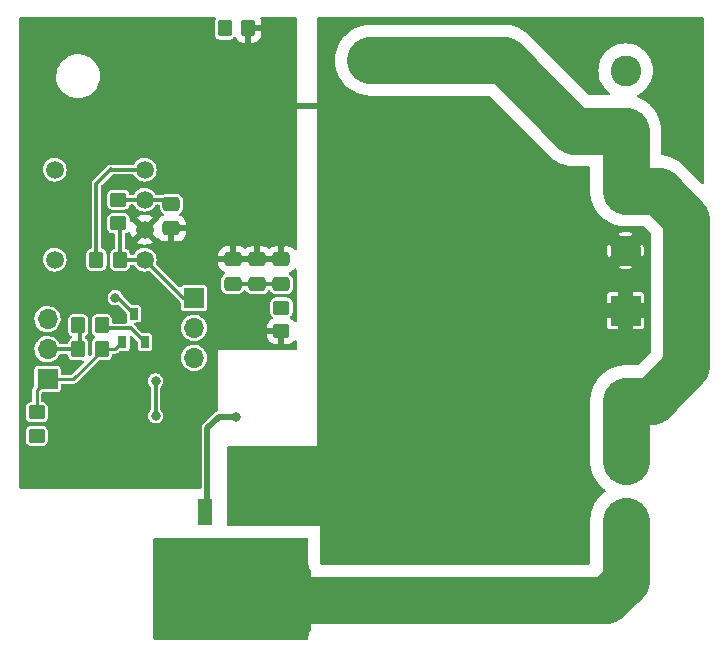
<source format=gbl>
G04 #@! TF.GenerationSoftware,KiCad,Pcbnew,(6.0.6)*
G04 #@! TF.CreationDate,2022-08-27T12:11:26+02:00*
G04 #@! TF.ProjectId,switched-load-module,73776974-6368-4656-942d-6c6f61642d6d,rev?*
G04 #@! TF.SameCoordinates,Original*
G04 #@! TF.FileFunction,Copper,L2,Bot*
G04 #@! TF.FilePolarity,Positive*
%FSLAX46Y46*%
G04 Gerber Fmt 4.6, Leading zero omitted, Abs format (unit mm)*
G04 Created by KiCad (PCBNEW (6.0.6)) date 2022-08-27 12:11:26*
%MOMM*%
%LPD*%
G01*
G04 APERTURE LIST*
G04 Aperture macros list*
%AMRoundRect*
0 Rectangle with rounded corners*
0 $1 Rounding radius*
0 $2 $3 $4 $5 $6 $7 $8 $9 X,Y pos of 4 corners*
0 Add a 4 corners polygon primitive as box body*
4,1,4,$2,$3,$4,$5,$6,$7,$8,$9,$2,$3,0*
0 Add four circle primitives for the rounded corners*
1,1,$1+$1,$2,$3*
1,1,$1+$1,$4,$5*
1,1,$1+$1,$6,$7*
1,1,$1+$1,$8,$9*
0 Add four rect primitives between the rounded corners*
20,1,$1+$1,$2,$3,$4,$5,0*
20,1,$1+$1,$4,$5,$6,$7,0*
20,1,$1+$1,$6,$7,$8,$9,0*
20,1,$1+$1,$8,$9,$2,$3,0*%
G04 Aperture macros list end*
G04 #@! TA.AperFunction,ComponentPad*
%ADD10C,1.515000*%
G04 #@! TD*
G04 #@! TA.AperFunction,ComponentPad*
%ADD11R,2.600000X2.600000*%
G04 #@! TD*
G04 #@! TA.AperFunction,ComponentPad*
%ADD12C,2.600000*%
G04 #@! TD*
G04 #@! TA.AperFunction,ComponentPad*
%ADD13R,1.700000X1.700000*%
G04 #@! TD*
G04 #@! TA.AperFunction,ComponentPad*
%ADD14O,1.700000X1.700000*%
G04 #@! TD*
G04 #@! TA.AperFunction,ComponentPad*
%ADD15C,2.400000*%
G04 #@! TD*
G04 #@! TA.AperFunction,ComponentPad*
%ADD16O,2.400000X2.400000*%
G04 #@! TD*
G04 #@! TA.AperFunction,SMDPad,CuDef*
%ADD17RoundRect,0.250000X0.350000X0.450000X-0.350000X0.450000X-0.350000X-0.450000X0.350000X-0.450000X0*%
G04 #@! TD*
G04 #@! TA.AperFunction,SMDPad,CuDef*
%ADD18RoundRect,0.250000X-0.475000X0.337500X-0.475000X-0.337500X0.475000X-0.337500X0.475000X0.337500X0*%
G04 #@! TD*
G04 #@! TA.AperFunction,SMDPad,CuDef*
%ADD19RoundRect,0.250000X0.450000X-0.350000X0.450000X0.350000X-0.450000X0.350000X-0.450000X-0.350000X0*%
G04 #@! TD*
G04 #@! TA.AperFunction,SMDPad,CuDef*
%ADD20RoundRect,0.250000X-0.350000X-0.450000X0.350000X-0.450000X0.350000X0.450000X-0.350000X0.450000X0*%
G04 #@! TD*
G04 #@! TA.AperFunction,SMDPad,CuDef*
%ADD21RoundRect,0.250000X-0.450000X0.350000X-0.450000X-0.350000X0.450000X-0.350000X0.450000X0.350000X0*%
G04 #@! TD*
G04 #@! TA.AperFunction,SMDPad,CuDef*
%ADD22R,0.700000X1.000000*%
G04 #@! TD*
G04 #@! TA.AperFunction,SMDPad,CuDef*
%ADD23RoundRect,0.250000X0.475000X-0.337500X0.475000X0.337500X-0.475000X0.337500X-0.475000X-0.337500X0*%
G04 #@! TD*
G04 #@! TA.AperFunction,SMDPad,CuDef*
%ADD24R,1.200000X2.200000*%
G04 #@! TD*
G04 #@! TA.AperFunction,SMDPad,CuDef*
%ADD25R,5.800000X6.400000*%
G04 #@! TD*
G04 #@! TA.AperFunction,ViaPad*
%ADD26C,0.800000*%
G04 #@! TD*
G04 #@! TA.AperFunction,ViaPad*
%ADD27C,1.600000*%
G04 #@! TD*
G04 #@! TA.AperFunction,Conductor*
%ADD28C,0.500000*%
G04 #@! TD*
G04 #@! TA.AperFunction,Conductor*
%ADD29C,0.300000*%
G04 #@! TD*
G04 #@! TA.AperFunction,Conductor*
%ADD30C,0.254000*%
G04 #@! TD*
G04 #@! TA.AperFunction,Conductor*
%ADD31C,4.000000*%
G04 #@! TD*
G04 APERTURE END LIST*
D10*
X49984000Y-65780000D03*
X49984000Y-63240000D03*
X49984000Y-60700000D03*
X49984000Y-58160000D03*
X42364000Y-58160000D03*
X42364000Y-65780000D03*
D11*
X90705000Y-92970000D03*
D12*
X90705000Y-87890000D03*
X90705000Y-82810000D03*
X90705000Y-77730000D03*
D13*
X54150000Y-69025000D03*
D14*
X54150000Y-71565000D03*
X54150000Y-74105000D03*
D15*
X79150000Y-94600000D03*
D16*
X79150000Y-48880000D03*
D13*
X41755000Y-75895000D03*
D14*
X41755000Y-73355000D03*
X41755000Y-70815000D03*
D15*
X69100000Y-94610000D03*
D16*
X69100000Y-48890000D03*
D11*
X90700000Y-70100000D03*
D12*
X90700000Y-65020000D03*
X90700000Y-59940000D03*
X90700000Y-54860000D03*
X90700000Y-49780000D03*
D17*
X46350000Y-73350000D03*
X44350000Y-73350000D03*
D18*
X61550000Y-65762500D03*
X61550000Y-67837500D03*
D19*
X47750000Y-62700000D03*
X47750000Y-60700000D03*
D20*
X44350000Y-71350000D03*
X46350000Y-71350000D03*
D21*
X61550000Y-69837500D03*
X61550000Y-71837500D03*
D22*
X50000000Y-72750000D03*
X48100000Y-72750000D03*
X49050000Y-70350000D03*
D17*
X58750000Y-46200000D03*
X56750000Y-46200000D03*
X47900000Y-65800000D03*
X45900000Y-65800000D03*
D23*
X52250000Y-63137500D03*
X52250000Y-61062500D03*
D18*
X59500000Y-65762500D03*
X59500000Y-67837500D03*
D21*
X40850000Y-78700000D03*
X40850000Y-80700000D03*
D18*
X57450000Y-65750000D03*
X57450000Y-67825000D03*
D24*
X55070000Y-87150000D03*
D25*
X57350000Y-93450000D03*
D24*
X59630000Y-87150000D03*
D26*
X52100000Y-82800000D03*
X53790000Y-66640000D03*
X53830000Y-65400000D03*
X55490000Y-65190000D03*
X57440000Y-65760000D03*
X59520000Y-65800000D03*
X57100000Y-55000000D03*
D27*
X58040000Y-84100000D03*
D26*
X57100000Y-52000000D03*
D27*
X64040000Y-84100000D03*
X62160000Y-87190000D03*
X62040000Y-84100000D03*
D26*
X57100000Y-53500000D03*
D27*
X60040000Y-84100000D03*
X59610000Y-87190000D03*
D26*
X50900000Y-79000000D03*
X50900000Y-76050000D03*
X61550000Y-67850000D03*
D27*
X57375000Y-91150000D03*
X55400000Y-91150000D03*
X59350000Y-95650000D03*
X57375000Y-95650000D03*
X59300000Y-93450000D03*
X55400000Y-93400000D03*
X55400000Y-95650000D03*
X57300000Y-93400000D03*
X59350000Y-91150000D03*
D26*
X47500000Y-69000000D03*
X57740000Y-79110000D03*
X61550000Y-69837500D03*
X40850000Y-80700000D03*
X56750000Y-46200000D03*
D28*
X60900000Y-52800000D02*
X66150000Y-52800000D01*
D29*
X49984000Y-60700000D02*
X51887500Y-60700000D01*
X49984000Y-60700000D02*
X47750000Y-60700000D01*
X51887500Y-60700000D02*
X52250000Y-61062500D01*
X57450000Y-67825000D02*
X59487500Y-67825000D01*
X59487500Y-67825000D02*
X59500000Y-67837500D01*
X59500000Y-67837500D02*
X61550000Y-67837500D01*
X50900000Y-79000000D02*
X50900000Y-76050000D01*
D30*
X42105000Y-75895000D02*
X43955000Y-75895000D01*
X40850000Y-76800000D02*
X41755000Y-75895000D01*
X47500000Y-73350000D02*
X48100000Y-72750000D01*
X46500000Y-73350000D02*
X47500000Y-73350000D01*
X40850000Y-78700000D02*
X40850000Y-76800000D01*
X43955000Y-75895000D02*
X46500000Y-73350000D01*
D29*
X44495000Y-73355000D02*
X44500000Y-73350000D01*
X44500000Y-73350000D02*
X44500000Y-71350000D01*
X42105000Y-73355000D02*
X44495000Y-73355000D01*
D31*
X90700000Y-54860000D02*
X90700000Y-59940000D01*
X86360000Y-54860000D02*
X90700000Y-54860000D01*
X90700000Y-59940000D02*
X93490000Y-59940000D01*
X95850000Y-74800000D02*
X92920000Y-77730000D01*
X90705000Y-77730000D02*
X90705000Y-82810000D01*
X69100000Y-48890000D02*
X79140000Y-48890000D01*
X95850000Y-62300000D02*
X95850000Y-74800000D01*
X92920000Y-77730000D02*
X90705000Y-77730000D01*
X93490000Y-59940000D02*
X95850000Y-62300000D01*
X79140000Y-48890000D02*
X79150000Y-48880000D01*
X79150000Y-48880000D02*
X80380000Y-48880000D01*
X80380000Y-48880000D02*
X86360000Y-54860000D01*
X69100000Y-94610000D02*
X79140000Y-94610000D01*
X79150000Y-94600000D02*
X89075000Y-94600000D01*
X90705000Y-92970000D02*
X90705000Y-87890000D01*
X89075000Y-94600000D02*
X90705000Y-92970000D01*
X79140000Y-94610000D02*
X79150000Y-94600000D01*
X69100000Y-94610000D02*
X62710000Y-94610000D01*
D29*
X49964000Y-65800000D02*
X49984000Y-65780000D01*
X47750000Y-62700000D02*
X47900000Y-62850000D01*
X47900000Y-65800000D02*
X49964000Y-65800000D01*
X49984000Y-65780000D02*
X53229000Y-69025000D01*
X47900000Y-62850000D02*
X47900000Y-65800000D01*
X53229000Y-69025000D02*
X54150000Y-69025000D01*
X46750000Y-71600000D02*
X48850000Y-71600000D01*
X48850000Y-71600000D02*
X50000000Y-72750000D01*
X46500000Y-71350000D02*
X46750000Y-71600000D01*
X49050000Y-70350000D02*
X47700000Y-69000000D01*
X47700000Y-69000000D02*
X47500000Y-69000000D01*
D28*
X56240000Y-79110000D02*
X57740000Y-79110000D01*
X55300000Y-80050000D02*
X56240000Y-79110000D01*
X55070000Y-87150000D02*
X55300000Y-86920000D01*
X55300000Y-86920000D02*
X55300000Y-80050000D01*
D29*
X47110000Y-58160000D02*
X49984000Y-58160000D01*
X47100000Y-58150000D02*
X47110000Y-58160000D01*
X45900000Y-65800000D02*
X45900000Y-59350000D01*
X45900000Y-59350000D02*
X47100000Y-58150000D01*
G04 #@! TA.AperFunction,Conductor*
G36*
X57028266Y-89350646D02*
G01*
X57058432Y-89353713D01*
X57072823Y-89355177D01*
X57072824Y-89355177D01*
X57076000Y-89355500D01*
X63718500Y-89355500D01*
X63786621Y-89375502D01*
X63833114Y-89429158D01*
X63844500Y-89481500D01*
X63844500Y-91483500D01*
X63867478Y-91697229D01*
X63878864Y-91749571D01*
X63903395Y-91841266D01*
X63984487Y-92027856D01*
X63988159Y-92033080D01*
X64027084Y-92088460D01*
X64050000Y-92160915D01*
X64050000Y-97056792D01*
X64028725Y-97126854D01*
X63982004Y-97196690D01*
X63905231Y-97385099D01*
X63885229Y-97453220D01*
X63865083Y-97534094D01*
X63844500Y-97736500D01*
X63844500Y-97824000D01*
X63824498Y-97892121D01*
X63770842Y-97938614D01*
X63718500Y-97950000D01*
X50826000Y-97950000D01*
X50757879Y-97929998D01*
X50711386Y-97876342D01*
X50700000Y-97824000D01*
X50700000Y-89476000D01*
X50720002Y-89407879D01*
X50773658Y-89361386D01*
X50826000Y-89350000D01*
X57015521Y-89350000D01*
X57028266Y-89350646D01*
G37*
G04 #@! TD.AperFunction*
G04 #@! TA.AperFunction,Conductor*
G36*
X97219992Y-45251874D02*
G01*
X97288112Y-45271880D01*
X97334602Y-45325538D01*
X97345985Y-45378111D01*
X97340333Y-48373439D01*
X97319863Y-59222563D01*
X97299732Y-59290646D01*
X97245989Y-59337037D01*
X97175696Y-59347008D01*
X97111171Y-59317394D01*
X97104768Y-59311420D01*
X95733997Y-57940649D01*
X95728346Y-57934340D01*
X95728281Y-57934399D01*
X95725857Y-57931706D01*
X95723585Y-57928871D01*
X95592543Y-57799194D01*
X95592076Y-57798728D01*
X95549315Y-57755967D01*
X95547222Y-57754102D01*
X95542419Y-57749592D01*
X95480210Y-57688031D01*
X95480209Y-57688030D01*
X95477629Y-57685477D01*
X95474772Y-57683237D01*
X95474762Y-57683228D01*
X95418799Y-57639347D01*
X95412727Y-57634271D01*
X95359619Y-57586954D01*
X95359620Y-57586954D01*
X95356913Y-57584543D01*
X95353951Y-57582461D01*
X95353943Y-57582455D01*
X95282347Y-57532138D01*
X95277050Y-57528204D01*
X95205328Y-57471966D01*
X95168042Y-57449117D01*
X95141584Y-57432904D01*
X95134981Y-57428567D01*
X95073810Y-57385575D01*
X95032257Y-57363014D01*
X94993713Y-57342086D01*
X94988000Y-57338788D01*
X94960918Y-57322192D01*
X94910291Y-57291168D01*
X94907002Y-57289641D01*
X94906994Y-57289637D01*
X94842488Y-57259694D01*
X94835417Y-57256138D01*
X94772904Y-57222196D01*
X94772897Y-57222193D01*
X94769715Y-57220465D01*
X94685150Y-57186470D01*
X94679097Y-57183851D01*
X94599720Y-57147005D01*
X94599717Y-57147004D01*
X94596430Y-57145478D01*
X94525453Y-57122005D01*
X94518038Y-57119292D01*
X94448659Y-57091401D01*
X94445162Y-57090444D01*
X94445152Y-57090441D01*
X94383834Y-57073667D01*
X94360745Y-57067351D01*
X94354436Y-57065446D01*
X94271350Y-57037967D01*
X94271334Y-57037963D01*
X94267903Y-57036828D01*
X94264363Y-57036095D01*
X94264356Y-57036093D01*
X94194695Y-57021667D01*
X94187000Y-57019819D01*
X94177245Y-57017150D01*
X94114896Y-57000094D01*
X94111298Y-56999544D01*
X94111296Y-56999543D01*
X94024810Y-56986309D01*
X94018318Y-56985141D01*
X93932616Y-56967393D01*
X93932609Y-56967392D01*
X93929065Y-56966658D01*
X93911428Y-56965084D01*
X93854598Y-56960011D01*
X93846754Y-56959062D01*
X93807440Y-56953047D01*
X93743131Y-56922973D01*
X93705288Y-56862903D01*
X93700500Y-56828497D01*
X93700500Y-54890971D01*
X93700516Y-54888992D01*
X93702892Y-54737781D01*
X93702892Y-54737777D01*
X93702949Y-54734139D01*
X93692269Y-54627139D01*
X93691855Y-54621878D01*
X93685875Y-54518167D01*
X93685874Y-54518163D01*
X93685666Y-54514547D01*
X93675631Y-54457048D01*
X93674378Y-54447900D01*
X93668941Y-54393433D01*
X93668581Y-54389823D01*
X93645677Y-54284773D01*
X93644661Y-54279596D01*
X93626797Y-54177242D01*
X93626174Y-54173672D01*
X93609595Y-54117703D01*
X93607302Y-54108772D01*
X93595641Y-54055288D01*
X93595640Y-54055285D01*
X93594867Y-54051739D01*
X93560031Y-53949993D01*
X93558429Y-53944969D01*
X93528931Y-53845383D01*
X93528928Y-53845375D01*
X93527897Y-53841894D01*
X93504999Y-53788212D01*
X93501691Y-53779593D01*
X93483958Y-53727799D01*
X93482783Y-53724367D01*
X93436490Y-53627311D01*
X93434319Y-53622502D01*
X93393565Y-53526957D01*
X93392138Y-53523611D01*
X93390333Y-53520446D01*
X93363216Y-53472905D01*
X93358937Y-53464721D01*
X93335379Y-53415329D01*
X93335378Y-53415328D01*
X93333814Y-53412048D01*
X93276692Y-53320988D01*
X93273981Y-53316460D01*
X93222494Y-53226194D01*
X93220696Y-53223041D01*
X93218550Y-53220119D01*
X93218545Y-53220112D01*
X93186141Y-53176001D01*
X93180949Y-53168361D01*
X93151865Y-53121996D01*
X93151864Y-53121995D01*
X93149936Y-53118921D01*
X93082688Y-53034981D01*
X93079506Y-53030834D01*
X93017993Y-52947093D01*
X93017981Y-52947078D01*
X93015843Y-52944168D01*
X92991612Y-52918093D01*
X92976115Y-52901415D01*
X92970082Y-52894426D01*
X92935855Y-52851704D01*
X92935852Y-52851701D01*
X92933585Y-52848871D01*
X92857124Y-52773205D01*
X92853501Y-52769466D01*
X92780295Y-52690688D01*
X92777545Y-52688339D01*
X92777528Y-52688323D01*
X92735909Y-52652778D01*
X92729122Y-52646538D01*
X92687629Y-52605477D01*
X92603022Y-52539136D01*
X92598939Y-52535795D01*
X92517174Y-52465962D01*
X92468731Y-52433409D01*
X92461268Y-52427987D01*
X92418184Y-52394205D01*
X92418180Y-52394202D01*
X92415328Y-52391966D01*
X92323653Y-52335787D01*
X92319213Y-52332937D01*
X92232985Y-52274995D01*
X92229967Y-52272967D01*
X92178094Y-52246193D01*
X92170055Y-52241663D01*
X92123388Y-52213066D01*
X92120291Y-52211168D01*
X92022767Y-52165899D01*
X92018054Y-52163589D01*
X91925721Y-52115932D01*
X91925710Y-52115927D01*
X91922482Y-52114261D01*
X91867875Y-52093627D01*
X91859361Y-52090048D01*
X91809728Y-52067009D01*
X91806430Y-52065478D01*
X91775503Y-52055250D01*
X91717108Y-52014870D01*
X91689814Y-51949330D01*
X91702286Y-51879437D01*
X91750565Y-51827383D01*
X91759338Y-51822616D01*
X91849014Y-51778393D01*
X91849019Y-51778390D01*
X91852718Y-51776566D01*
X91990472Y-51684522D01*
X92100030Y-51611318D01*
X92100035Y-51611314D01*
X92103461Y-51609025D01*
X92106555Y-51606311D01*
X92106561Y-51606307D01*
X92327100Y-51412898D01*
X92330189Y-51410189D01*
X92375928Y-51358034D01*
X92526307Y-51186561D01*
X92526311Y-51186555D01*
X92529025Y-51183461D01*
X92553546Y-51146764D01*
X92694272Y-50936151D01*
X92696566Y-50932718D01*
X92829945Y-50662252D01*
X92926880Y-50376691D01*
X92934586Y-50337952D01*
X92984910Y-50084959D01*
X92984911Y-50084953D01*
X92985713Y-50080920D01*
X92989562Y-50022206D01*
X93005166Y-49784119D01*
X93005436Y-49780000D01*
X92985713Y-49479080D01*
X92926880Y-49183309D01*
X92871268Y-49019480D01*
X92831271Y-48901654D01*
X92831271Y-48901653D01*
X92829945Y-48897748D01*
X92696566Y-48627282D01*
X92529025Y-48376539D01*
X92526311Y-48373445D01*
X92526307Y-48373439D01*
X92332898Y-48152900D01*
X92330189Y-48149811D01*
X92149337Y-47991207D01*
X92106561Y-47953693D01*
X92106555Y-47953689D01*
X92103461Y-47950975D01*
X92100035Y-47948686D01*
X92100030Y-47948682D01*
X91856151Y-47785728D01*
X91852718Y-47783434D01*
X91849019Y-47781610D01*
X91849014Y-47781607D01*
X91710166Y-47713135D01*
X91582252Y-47650055D01*
X91473731Y-47613217D01*
X91300604Y-47554448D01*
X91300600Y-47554447D01*
X91296691Y-47553120D01*
X91292647Y-47552316D01*
X91292641Y-47552314D01*
X91004959Y-47495090D01*
X91004953Y-47495089D01*
X91000920Y-47494287D01*
X90996815Y-47494018D01*
X90996808Y-47494017D01*
X90704119Y-47474834D01*
X90700000Y-47474564D01*
X90695881Y-47474834D01*
X90403192Y-47494017D01*
X90403185Y-47494018D01*
X90399080Y-47494287D01*
X90395047Y-47495089D01*
X90395041Y-47495090D01*
X90107359Y-47552314D01*
X90107353Y-47552316D01*
X90103309Y-47553120D01*
X90099400Y-47554447D01*
X90099396Y-47554448D01*
X89926269Y-47613217D01*
X89817748Y-47650055D01*
X89689834Y-47713135D01*
X89550986Y-47781607D01*
X89550981Y-47781610D01*
X89547282Y-47783434D01*
X89543849Y-47785728D01*
X89299970Y-47948682D01*
X89299965Y-47948686D01*
X89296539Y-47950975D01*
X89293445Y-47953689D01*
X89293439Y-47953693D01*
X89250663Y-47991207D01*
X89069811Y-48149811D01*
X89067102Y-48152900D01*
X88873693Y-48373439D01*
X88873689Y-48373445D01*
X88870975Y-48376539D01*
X88703434Y-48627282D01*
X88570055Y-48897748D01*
X88568729Y-48901653D01*
X88568729Y-48901654D01*
X88528733Y-49019480D01*
X88473120Y-49183309D01*
X88414287Y-49479080D01*
X88394564Y-49780000D01*
X88394834Y-49784119D01*
X88410439Y-50022206D01*
X88414287Y-50080920D01*
X88415089Y-50084953D01*
X88415090Y-50084959D01*
X88465414Y-50337952D01*
X88473120Y-50376691D01*
X88570055Y-50662252D01*
X88703434Y-50932718D01*
X88705728Y-50936151D01*
X88846455Y-51146764D01*
X88870975Y-51183461D01*
X88873689Y-51186555D01*
X88873693Y-51186561D01*
X89024072Y-51358034D01*
X89069811Y-51410189D01*
X89072900Y-51412898D01*
X89293439Y-51606307D01*
X89293445Y-51606311D01*
X89296539Y-51609025D01*
X89299965Y-51611314D01*
X89299970Y-51611318D01*
X89326037Y-51628735D01*
X89371565Y-51683212D01*
X89380413Y-51753655D01*
X89349771Y-51817699D01*
X89289370Y-51855011D01*
X89256035Y-51859500D01*
X87655037Y-51859500D01*
X87586916Y-51839498D01*
X87565942Y-51822595D01*
X85107067Y-49363719D01*
X82623997Y-46880649D01*
X82618346Y-46874340D01*
X82618281Y-46874399D01*
X82615857Y-46871706D01*
X82613585Y-46868871D01*
X82482542Y-46739193D01*
X82482075Y-46738727D01*
X82439315Y-46695967D01*
X82437222Y-46694102D01*
X82432419Y-46689592D01*
X82370210Y-46628031D01*
X82370209Y-46628030D01*
X82367629Y-46625477D01*
X82364772Y-46623237D01*
X82364762Y-46623228D01*
X82308799Y-46579347D01*
X82302727Y-46574271D01*
X82249619Y-46526954D01*
X82249620Y-46526954D01*
X82246913Y-46524543D01*
X82243951Y-46522461D01*
X82243943Y-46522455D01*
X82172347Y-46472138D01*
X82167050Y-46468204D01*
X82095328Y-46411966D01*
X82058042Y-46389117D01*
X82031584Y-46372904D01*
X82024981Y-46368567D01*
X81963810Y-46325575D01*
X81922257Y-46303014D01*
X81883713Y-46282086D01*
X81878000Y-46278788D01*
X81850918Y-46262192D01*
X81800291Y-46231168D01*
X81797002Y-46229641D01*
X81796994Y-46229637D01*
X81732488Y-46199694D01*
X81725417Y-46196138D01*
X81662904Y-46162196D01*
X81662897Y-46162193D01*
X81659715Y-46160465D01*
X81575150Y-46126470D01*
X81569097Y-46123851D01*
X81489720Y-46087005D01*
X81489717Y-46087004D01*
X81486430Y-46085478D01*
X81415453Y-46062005D01*
X81408038Y-46059292D01*
X81338659Y-46031401D01*
X81335162Y-46030444D01*
X81335152Y-46030441D01*
X81273834Y-46013667D01*
X81250745Y-46007351D01*
X81244436Y-46005446D01*
X81161350Y-45977967D01*
X81161334Y-45977963D01*
X81157903Y-45976828D01*
X81154363Y-45976095D01*
X81154356Y-45976093D01*
X81084695Y-45961667D01*
X81077000Y-45959819D01*
X81067245Y-45957150D01*
X81004896Y-45940094D01*
X81001298Y-45939544D01*
X81001296Y-45939543D01*
X80914810Y-45926309D01*
X80908318Y-45925141D01*
X80822616Y-45907393D01*
X80822609Y-45907392D01*
X80819065Y-45906658D01*
X80800007Y-45904957D01*
X80744598Y-45900011D01*
X80736743Y-45899060D01*
X80674947Y-45889605D01*
X80662850Y-45887754D01*
X80571771Y-45884414D01*
X80565194Y-45884000D01*
X80557077Y-45883276D01*
X80517561Y-45879749D01*
X80517553Y-45879749D01*
X80514767Y-45879500D01*
X80440055Y-45879500D01*
X80435438Y-45879415D01*
X80320694Y-45875207D01*
X80320686Y-45875207D01*
X80317055Y-45875074D01*
X80313434Y-45875359D01*
X80313432Y-45875359D01*
X80265748Y-45879112D01*
X80255862Y-45879500D01*
X79322983Y-45879500D01*
X79314538Y-45879035D01*
X79314533Y-45879122D01*
X79310904Y-45878932D01*
X79307300Y-45878534D01*
X79195015Y-45879122D01*
X79123213Y-45879498D01*
X79122553Y-45879500D01*
X79061811Y-45879500D01*
X79060031Y-45879603D01*
X79059979Y-45879604D01*
X79058977Y-45879662D01*
X79052409Y-45879868D01*
X78971362Y-45880293D01*
X78961277Y-45880346D01*
X78957676Y-45880782D01*
X78957672Y-45880782D01*
X78893176Y-45888587D01*
X78878039Y-45889500D01*
X69011811Y-45889500D01*
X69009992Y-45889605D01*
X69009988Y-45889605D01*
X68758167Y-45904125D01*
X68758162Y-45904126D01*
X68754547Y-45904334D01*
X68750978Y-45904957D01*
X68750977Y-45904957D01*
X68417245Y-45963202D01*
X68417238Y-45963204D01*
X68413672Y-45963826D01*
X68410197Y-45964855D01*
X68410190Y-45964857D01*
X68277418Y-46004186D01*
X68081894Y-46062103D01*
X68078558Y-46063526D01*
X68078555Y-46063527D01*
X67766949Y-46196438D01*
X67766946Y-46196440D01*
X67763611Y-46197862D01*
X67760464Y-46199657D01*
X67760460Y-46199659D01*
X67542748Y-46323840D01*
X67463041Y-46369304D01*
X67460129Y-46371443D01*
X67460126Y-46371445D01*
X67404964Y-46411966D01*
X67184168Y-46574157D01*
X66930688Y-46809705D01*
X66928336Y-46812459D01*
X66928333Y-46812462D01*
X66875434Y-46874399D01*
X66705962Y-47072826D01*
X66512967Y-47360033D01*
X66354261Y-47667518D01*
X66231950Y-47991207D01*
X66147652Y-48326810D01*
X66128667Y-48471019D01*
X66108095Y-48627282D01*
X66102487Y-48669876D01*
X66097051Y-49015861D01*
X66131419Y-49360177D01*
X66132190Y-49363714D01*
X66132191Y-49363719D01*
X66158241Y-49483192D01*
X66205133Y-49698261D01*
X66317217Y-50025633D01*
X66466186Y-50337952D01*
X66468117Y-50341031D01*
X66468118Y-50341032D01*
X66516134Y-50417577D01*
X66650064Y-50631079D01*
X66866415Y-50901129D01*
X67112371Y-51144523D01*
X67115229Y-51146764D01*
X67162031Y-51183461D01*
X67384672Y-51358034D01*
X67679709Y-51538832D01*
X67682999Y-51540359D01*
X67683008Y-51540364D01*
X67944601Y-51661791D01*
X67993570Y-51684522D01*
X67997017Y-51685662D01*
X68318652Y-51792033D01*
X68318657Y-51792034D01*
X68322097Y-51793172D01*
X68325652Y-51793908D01*
X68325655Y-51793909D01*
X68657385Y-51862607D01*
X68657388Y-51862607D01*
X68660935Y-51863342D01*
X68814833Y-51877077D01*
X68962440Y-51890251D01*
X68962446Y-51890251D01*
X68965233Y-51890500D01*
X78967017Y-51890500D01*
X78975462Y-51890965D01*
X78975467Y-51890878D01*
X78979096Y-51891068D01*
X78982700Y-51891466D01*
X79094680Y-51890879D01*
X79162903Y-51910523D01*
X79184434Y-51927782D01*
X84116003Y-56859351D01*
X84121654Y-56865660D01*
X84121719Y-56865601D01*
X84124143Y-56868294D01*
X84126415Y-56871129D01*
X84128995Y-56873682D01*
X84257457Y-57000806D01*
X84257708Y-57001056D01*
X84300685Y-57044033D01*
X84302058Y-57045256D01*
X84302062Y-57045260D01*
X84302778Y-57045898D01*
X84307581Y-57050408D01*
X84350372Y-57092753D01*
X84372371Y-57114523D01*
X84375228Y-57116763D01*
X84375238Y-57116772D01*
X84431201Y-57160653D01*
X84437273Y-57165729D01*
X84483054Y-57206518D01*
X84493087Y-57215457D01*
X84496049Y-57217539D01*
X84496057Y-57217545D01*
X84567653Y-57267862D01*
X84572947Y-57271794D01*
X84644672Y-57328034D01*
X84665030Y-57340509D01*
X84708416Y-57367096D01*
X84715019Y-57371433D01*
X84776190Y-57414425D01*
X84779371Y-57416152D01*
X84779374Y-57416154D01*
X84856306Y-57457925D01*
X84862017Y-57461223D01*
X84939709Y-57508832D01*
X84943005Y-57510362D01*
X85007500Y-57540300D01*
X85014571Y-57543856D01*
X85080284Y-57579535D01*
X85098740Y-57586954D01*
X85164870Y-57613538D01*
X85170925Y-57616159D01*
X85253570Y-57654522D01*
X85257017Y-57655662D01*
X85324552Y-57677997D01*
X85331970Y-57680712D01*
X85401341Y-57708599D01*
X85404844Y-57709557D01*
X85404849Y-57709559D01*
X85454698Y-57723196D01*
X85489255Y-57732649D01*
X85495564Y-57734554D01*
X85578650Y-57762033D01*
X85578666Y-57762037D01*
X85582097Y-57763172D01*
X85585637Y-57763905D01*
X85585644Y-57763907D01*
X85655305Y-57778333D01*
X85663000Y-57780181D01*
X85735104Y-57799906D01*
X85738693Y-57800455D01*
X85738692Y-57800455D01*
X85825199Y-57813693D01*
X85831689Y-57814861D01*
X85901534Y-57829324D01*
X85920935Y-57833342D01*
X85924557Y-57833665D01*
X85924562Y-57833666D01*
X85995393Y-57839987D01*
X86003254Y-57840938D01*
X86077149Y-57852246D01*
X86168229Y-57855586D01*
X86174806Y-57856000D01*
X86182923Y-57856724D01*
X86222439Y-57860251D01*
X86222447Y-57860251D01*
X86225233Y-57860500D01*
X86299944Y-57860500D01*
X86304561Y-57860585D01*
X86419305Y-57864793D01*
X86419313Y-57864793D01*
X86422944Y-57864926D01*
X86426564Y-57864641D01*
X86426567Y-57864641D01*
X86474249Y-57860888D01*
X86484135Y-57860500D01*
X87573500Y-57860500D01*
X87641621Y-57880502D01*
X87688114Y-57934158D01*
X87699500Y-57986500D01*
X87699500Y-59909029D01*
X87699484Y-59911008D01*
X87697051Y-60065861D01*
X87697412Y-60069475D01*
X87697412Y-60069481D01*
X87707731Y-60172861D01*
X87708145Y-60178122D01*
X87714334Y-60285453D01*
X87714957Y-60289022D01*
X87714957Y-60289023D01*
X87724369Y-60342952D01*
X87725622Y-60352100D01*
X87731419Y-60410177D01*
X87732192Y-60413722D01*
X87754323Y-60515227D01*
X87755339Y-60520404D01*
X87773826Y-60626328D01*
X87790405Y-60682297D01*
X87792697Y-60691225D01*
X87805133Y-60748261D01*
X87806308Y-60751692D01*
X87806308Y-60751693D01*
X87839967Y-60850002D01*
X87841571Y-60855031D01*
X87871069Y-60954617D01*
X87871072Y-60954625D01*
X87872103Y-60958106D01*
X87873526Y-60961441D01*
X87895000Y-61011786D01*
X87898309Y-61020407D01*
X87917217Y-61075633D01*
X87918779Y-61078907D01*
X87963510Y-61172689D01*
X87965681Y-61177498D01*
X88007862Y-61276389D01*
X88009665Y-61279550D01*
X88009667Y-61279554D01*
X88036784Y-61327095D01*
X88041061Y-61335275D01*
X88066186Y-61387952D01*
X88068122Y-61391038D01*
X88123308Y-61479012D01*
X88126019Y-61483540D01*
X88179304Y-61576959D01*
X88181450Y-61579881D01*
X88181455Y-61579888D01*
X88213859Y-61623999D01*
X88219051Y-61631639D01*
X88250064Y-61681079D01*
X88317312Y-61765019D01*
X88320494Y-61769166D01*
X88382007Y-61852907D01*
X88382019Y-61852922D01*
X88384157Y-61855832D01*
X88408388Y-61881907D01*
X88423885Y-61898585D01*
X88429918Y-61905574D01*
X88464145Y-61948296D01*
X88466415Y-61951129D01*
X88542876Y-62026795D01*
X88546499Y-62030534D01*
X88619705Y-62109312D01*
X88622455Y-62111661D01*
X88622472Y-62111677D01*
X88664091Y-62147222D01*
X88670878Y-62153462D01*
X88712371Y-62194523D01*
X88715238Y-62196771D01*
X88796978Y-62260864D01*
X88801061Y-62264205D01*
X88882826Y-62334038D01*
X88931264Y-62366587D01*
X88938732Y-62372013D01*
X88984672Y-62408034D01*
X88987771Y-62409933D01*
X89076347Y-62464213D01*
X89080787Y-62467063D01*
X89170033Y-62527033D01*
X89173265Y-62528701D01*
X89221902Y-62553805D01*
X89229942Y-62558335D01*
X89279709Y-62588832D01*
X89377233Y-62634101D01*
X89381946Y-62636411D01*
X89474279Y-62684068D01*
X89474290Y-62684073D01*
X89477518Y-62685739D01*
X89519298Y-62701526D01*
X89532125Y-62706373D01*
X89540639Y-62709952D01*
X89593570Y-62734522D01*
X89597016Y-62735662D01*
X89597022Y-62735664D01*
X89695655Y-62768283D01*
X89700621Y-62770042D01*
X89801207Y-62808050D01*
X89804723Y-62808933D01*
X89804732Y-62808936D01*
X89857811Y-62822268D01*
X89866680Y-62824845D01*
X89918641Y-62842030D01*
X89918656Y-62842034D01*
X89922097Y-62843172D01*
X89925652Y-62843908D01*
X89925655Y-62843909D01*
X90027375Y-62864974D01*
X90032519Y-62866152D01*
X90136810Y-62892348D01*
X90194681Y-62899966D01*
X90203768Y-62901503D01*
X90260935Y-62913342D01*
X90264554Y-62913665D01*
X90264561Y-62913666D01*
X90334121Y-62919874D01*
X90368041Y-62922901D01*
X90373265Y-62923478D01*
X90410612Y-62928394D01*
X90476272Y-62937039D01*
X90476280Y-62937040D01*
X90479876Y-62937513D01*
X90538232Y-62938429D01*
X90547434Y-62938911D01*
X90565233Y-62940500D01*
X90669029Y-62940500D01*
X90671008Y-62940516D01*
X90822220Y-62942892D01*
X90822224Y-62942892D01*
X90825861Y-62942949D01*
X90829474Y-62942588D01*
X90829482Y-62942588D01*
X90844156Y-62941123D01*
X90856670Y-62940500D01*
X92194962Y-62940500D01*
X92263083Y-62960502D01*
X92284057Y-62977405D01*
X92812595Y-63505943D01*
X92846621Y-63568255D01*
X92849500Y-63595038D01*
X92849500Y-73504962D01*
X92829498Y-73573083D01*
X92812595Y-73594057D01*
X91714057Y-74692595D01*
X91651745Y-74726621D01*
X91624962Y-74729500D01*
X90735971Y-74729500D01*
X90733992Y-74729484D01*
X90582781Y-74727108D01*
X90582777Y-74727108D01*
X90579139Y-74727051D01*
X90575525Y-74727412D01*
X90575519Y-74727412D01*
X90472139Y-74737731D01*
X90466878Y-74738145D01*
X90363167Y-74744125D01*
X90363163Y-74744126D01*
X90359547Y-74744334D01*
X90355978Y-74744957D01*
X90355977Y-74744957D01*
X90302048Y-74754369D01*
X90292900Y-74755622D01*
X90276434Y-74757266D01*
X90234823Y-74761419D01*
X90231277Y-74762192D01*
X90231278Y-74762192D01*
X90129773Y-74784323D01*
X90124596Y-74785339D01*
X90018672Y-74803826D01*
X89962703Y-74820405D01*
X89953772Y-74822698D01*
X89900288Y-74834359D01*
X89900285Y-74834360D01*
X89896739Y-74835133D01*
X89893308Y-74836308D01*
X89893307Y-74836308D01*
X89794998Y-74869967D01*
X89789969Y-74871571D01*
X89690383Y-74901069D01*
X89690375Y-74901072D01*
X89686894Y-74902103D01*
X89633214Y-74925000D01*
X89624593Y-74928309D01*
X89573075Y-74945948D01*
X89569367Y-74947217D01*
X89502831Y-74978953D01*
X89472311Y-74993510D01*
X89467502Y-74995681D01*
X89368611Y-75037862D01*
X89365450Y-75039665D01*
X89365446Y-75039667D01*
X89317905Y-75066784D01*
X89309725Y-75071061D01*
X89257048Y-75096186D01*
X89253962Y-75098122D01*
X89165988Y-75153308D01*
X89161460Y-75156019D01*
X89068041Y-75209304D01*
X89065119Y-75211450D01*
X89065112Y-75211455D01*
X89021001Y-75243859D01*
X89013361Y-75249051D01*
X88963921Y-75280064D01*
X88879981Y-75347312D01*
X88875834Y-75350494D01*
X88792093Y-75412007D01*
X88792078Y-75412019D01*
X88789168Y-75414157D01*
X88763093Y-75438388D01*
X88746415Y-75453885D01*
X88739426Y-75459918D01*
X88696704Y-75494145D01*
X88693871Y-75496415D01*
X88618205Y-75572876D01*
X88614466Y-75576499D01*
X88535688Y-75649705D01*
X88533339Y-75652455D01*
X88533323Y-75652472D01*
X88497778Y-75694091D01*
X88491538Y-75700878D01*
X88450477Y-75742371D01*
X88448229Y-75745238D01*
X88384136Y-75826978D01*
X88380795Y-75831061D01*
X88310962Y-75912826D01*
X88278413Y-75961264D01*
X88272987Y-75968732D01*
X88236966Y-76014672D01*
X88235067Y-76017771D01*
X88180787Y-76106347D01*
X88177937Y-76110787D01*
X88117967Y-76200033D01*
X88116299Y-76203265D01*
X88091195Y-76251902D01*
X88086665Y-76259942D01*
X88056168Y-76309709D01*
X88010899Y-76407233D01*
X88008589Y-76411946D01*
X87960932Y-76504279D01*
X87960927Y-76504290D01*
X87959261Y-76507518D01*
X87957977Y-76510917D01*
X87938627Y-76562125D01*
X87935048Y-76570639D01*
X87910478Y-76623570D01*
X87909338Y-76627016D01*
X87909336Y-76627022D01*
X87876717Y-76725655D01*
X87874958Y-76730621D01*
X87836950Y-76831207D01*
X87836067Y-76834723D01*
X87836064Y-76834732D01*
X87822732Y-76887811D01*
X87820155Y-76896680D01*
X87802970Y-76948641D01*
X87802966Y-76948656D01*
X87801828Y-76952097D01*
X87801092Y-76955652D01*
X87801091Y-76955655D01*
X87780026Y-77057375D01*
X87778848Y-77062519D01*
X87752652Y-77166810D01*
X87752178Y-77170411D01*
X87745035Y-77224673D01*
X87743497Y-77233768D01*
X87731658Y-77290935D01*
X87731335Y-77294554D01*
X87731334Y-77294561D01*
X87722100Y-77398032D01*
X87721522Y-77403265D01*
X87707487Y-77509876D01*
X87706954Y-77543848D01*
X87706571Y-77568223D01*
X87706089Y-77577434D01*
X87704500Y-77595233D01*
X87704500Y-77699029D01*
X87704484Y-77701008D01*
X87702341Y-77837431D01*
X87702051Y-77855861D01*
X87702412Y-77859474D01*
X87702412Y-77859482D01*
X87703877Y-77874156D01*
X87704500Y-77886670D01*
X87704500Y-82898189D01*
X87719334Y-83155453D01*
X87719957Y-83159022D01*
X87719957Y-83159023D01*
X87735042Y-83245454D01*
X87778826Y-83496328D01*
X87877103Y-83828106D01*
X88012862Y-84146389D01*
X88184304Y-84446959D01*
X88186443Y-84449871D01*
X88186445Y-84449874D01*
X88260306Y-84550422D01*
X88389157Y-84725832D01*
X88624705Y-84979312D01*
X88887826Y-85204038D01*
X88890819Y-85206049D01*
X88890828Y-85206056D01*
X88947061Y-85243842D01*
X88992446Y-85298438D01*
X89001109Y-85368904D01*
X88970301Y-85432868D01*
X88955569Y-85446755D01*
X88693871Y-85656415D01*
X88450477Y-85902371D01*
X88236966Y-86174672D01*
X88056168Y-86469709D01*
X88054641Y-86472999D01*
X88054636Y-86473008D01*
X88015672Y-86556949D01*
X87910478Y-86783570D01*
X87801828Y-87112097D01*
X87731658Y-87450935D01*
X87704500Y-87755233D01*
X87704500Y-91473500D01*
X87684498Y-91541621D01*
X87630842Y-91588114D01*
X87578500Y-91599500D01*
X79322983Y-91599500D01*
X79314538Y-91599035D01*
X79314533Y-91599122D01*
X79310904Y-91598932D01*
X79307300Y-91598534D01*
X79195015Y-91599122D01*
X79123213Y-91599498D01*
X79122553Y-91599500D01*
X79061811Y-91599500D01*
X79060031Y-91599603D01*
X79059979Y-91599604D01*
X79058977Y-91599662D01*
X79052409Y-91599868D01*
X78971362Y-91600293D01*
X78961277Y-91600346D01*
X78957676Y-91600782D01*
X78957672Y-91600782D01*
X78893176Y-91608587D01*
X78878039Y-91609500D01*
X64976000Y-91609500D01*
X64907879Y-91589498D01*
X64861386Y-91535842D01*
X64850000Y-91483500D01*
X64850000Y-88350000D01*
X57076000Y-88350000D01*
X57007879Y-88329998D01*
X56961386Y-88276342D01*
X56950000Y-88224000D01*
X56950000Y-81706000D01*
X56970002Y-81637879D01*
X57023658Y-81591386D01*
X57076000Y-81580000D01*
X64550000Y-81580000D01*
X64550000Y-71418828D01*
X89146001Y-71418828D01*
X89147209Y-71431088D01*
X89158315Y-71486931D01*
X89167633Y-71509427D01*
X89209983Y-71572808D01*
X89227192Y-71590017D01*
X89290575Y-71632368D01*
X89313066Y-71641684D01*
X89368915Y-71652793D01*
X89381170Y-71654000D01*
X90056885Y-71654000D01*
X90072124Y-71649525D01*
X90073329Y-71648135D01*
X90075000Y-71640452D01*
X90075000Y-71635884D01*
X91325000Y-71635884D01*
X91329475Y-71651123D01*
X91330865Y-71652328D01*
X91338548Y-71653999D01*
X92018828Y-71653999D01*
X92031088Y-71652791D01*
X92086931Y-71641685D01*
X92109427Y-71632367D01*
X92172808Y-71590017D01*
X92190017Y-71572808D01*
X92232368Y-71509425D01*
X92241684Y-71486934D01*
X92252793Y-71431085D01*
X92254000Y-71418830D01*
X92254000Y-70743115D01*
X92249525Y-70727876D01*
X92248135Y-70726671D01*
X92240452Y-70725000D01*
X91343115Y-70725000D01*
X91327876Y-70729475D01*
X91326671Y-70730865D01*
X91325000Y-70738548D01*
X91325000Y-71635884D01*
X90075000Y-71635884D01*
X90075000Y-70743115D01*
X90070525Y-70727876D01*
X90069135Y-70726671D01*
X90061452Y-70725000D01*
X89164116Y-70725000D01*
X89148877Y-70729475D01*
X89147672Y-70730865D01*
X89146001Y-70738548D01*
X89146001Y-71418828D01*
X64550000Y-71418828D01*
X64550000Y-69456885D01*
X89146000Y-69456885D01*
X89150475Y-69472124D01*
X89151865Y-69473329D01*
X89159548Y-69475000D01*
X90056885Y-69475000D01*
X90072124Y-69470525D01*
X90073329Y-69469135D01*
X90075000Y-69461452D01*
X90075000Y-69456885D01*
X91325000Y-69456885D01*
X91329475Y-69472124D01*
X91330865Y-69473329D01*
X91338548Y-69475000D01*
X92235884Y-69475000D01*
X92251123Y-69470525D01*
X92252328Y-69469135D01*
X92253999Y-69461452D01*
X92253999Y-68781172D01*
X92252791Y-68768912D01*
X92241685Y-68713069D01*
X92232367Y-68690573D01*
X92190017Y-68627192D01*
X92172808Y-68609983D01*
X92109425Y-68567632D01*
X92086934Y-68558316D01*
X92031085Y-68547207D01*
X92018830Y-68546000D01*
X91343115Y-68546000D01*
X91327876Y-68550475D01*
X91326671Y-68551865D01*
X91325000Y-68559548D01*
X91325000Y-69456885D01*
X90075000Y-69456885D01*
X90075000Y-68564116D01*
X90070525Y-68548877D01*
X90069135Y-68547672D01*
X90061452Y-68546001D01*
X89381172Y-68546001D01*
X89368912Y-68547209D01*
X89313069Y-68558315D01*
X89290573Y-68567633D01*
X89227192Y-68609983D01*
X89209983Y-68627192D01*
X89167632Y-68690575D01*
X89158316Y-68713066D01*
X89147207Y-68768915D01*
X89146000Y-68781170D01*
X89146000Y-69456885D01*
X64550000Y-69456885D01*
X64550000Y-66467832D01*
X90141672Y-66467832D01*
X90144861Y-66472092D01*
X90213729Y-66500618D01*
X90223115Y-66503667D01*
X90451336Y-66558459D01*
X90461083Y-66560002D01*
X90695070Y-66578417D01*
X90704930Y-66578417D01*
X90938917Y-66560002D01*
X90948664Y-66558459D01*
X91176885Y-66503667D01*
X91186271Y-66500618D01*
X91247643Y-66475196D01*
X91258624Y-66466348D01*
X91257308Y-66461192D01*
X90712812Y-65916696D01*
X90698868Y-65909082D01*
X90697035Y-65909213D01*
X90690420Y-65913464D01*
X90148432Y-66455452D01*
X90141672Y-66467832D01*
X64550000Y-66467832D01*
X64550000Y-65024930D01*
X89141583Y-65024930D01*
X89159998Y-65258917D01*
X89161541Y-65268664D01*
X89216333Y-65496885D01*
X89219382Y-65506271D01*
X89244804Y-65567643D01*
X89253652Y-65578624D01*
X89258808Y-65577308D01*
X89803304Y-65032812D01*
X89809682Y-65021132D01*
X91589082Y-65021132D01*
X91589213Y-65022965D01*
X91593464Y-65029580D01*
X92135452Y-65571568D01*
X92147832Y-65578328D01*
X92152092Y-65575139D01*
X92180618Y-65506271D01*
X92183667Y-65496885D01*
X92238459Y-65268664D01*
X92240002Y-65258917D01*
X92258417Y-65024930D01*
X92258417Y-65015070D01*
X92240002Y-64781083D01*
X92238459Y-64771336D01*
X92183667Y-64543115D01*
X92180618Y-64533729D01*
X92155196Y-64472357D01*
X92146348Y-64461376D01*
X92141192Y-64462692D01*
X91596696Y-65007188D01*
X91589082Y-65021132D01*
X89809682Y-65021132D01*
X89810918Y-65018868D01*
X89810787Y-65017035D01*
X89806536Y-65010420D01*
X89264548Y-64468432D01*
X89252168Y-64461672D01*
X89247908Y-64464861D01*
X89219382Y-64533729D01*
X89216333Y-64543115D01*
X89161541Y-64771336D01*
X89159998Y-64781083D01*
X89141583Y-65015070D01*
X89141583Y-65024930D01*
X64550000Y-65024930D01*
X64550000Y-63573652D01*
X90141376Y-63573652D01*
X90142692Y-63578808D01*
X90687188Y-64123304D01*
X90701132Y-64130918D01*
X90702965Y-64130787D01*
X90709580Y-64126536D01*
X91251568Y-63584548D01*
X91258328Y-63572168D01*
X91255139Y-63567908D01*
X91186271Y-63539382D01*
X91176885Y-63536333D01*
X90948664Y-63481541D01*
X90938917Y-63479998D01*
X90704930Y-63461583D01*
X90695070Y-63461583D01*
X90461083Y-63479998D01*
X90451336Y-63481541D01*
X90223115Y-63536333D01*
X90213729Y-63539382D01*
X90152357Y-63564804D01*
X90141376Y-63573652D01*
X64550000Y-63573652D01*
X64550000Y-45376500D01*
X64570002Y-45308379D01*
X64623658Y-45261886D01*
X64676000Y-45250500D01*
X73267763Y-45250500D01*
X97219992Y-45251874D01*
G37*
G04 #@! TD.AperFunction*
G04 #@! TA.AperFunction,Conductor*
G36*
X55960448Y-45270002D02*
G01*
X56006941Y-45323658D01*
X56017045Y-45393932D01*
X55993153Y-45451565D01*
X55958311Y-45498054D01*
X55958309Y-45498057D01*
X55952929Y-45505236D01*
X55902202Y-45640552D01*
X55895500Y-45702244D01*
X55895500Y-46697756D01*
X55902202Y-46759448D01*
X55952929Y-46894764D01*
X55958309Y-46901943D01*
X55958311Y-46901946D01*
X55991309Y-46945975D01*
X56039596Y-47010404D01*
X56046776Y-47015785D01*
X56148054Y-47091689D01*
X56148057Y-47091691D01*
X56155236Y-47097071D01*
X56238196Y-47128171D01*
X56283157Y-47145026D01*
X56283159Y-47145026D01*
X56290552Y-47147798D01*
X56298402Y-47148651D01*
X56298403Y-47148651D01*
X56348847Y-47154131D01*
X56352244Y-47154500D01*
X57147756Y-47154500D01*
X57151153Y-47154131D01*
X57201597Y-47148651D01*
X57201598Y-47148651D01*
X57209448Y-47147798D01*
X57216841Y-47145026D01*
X57216843Y-47145026D01*
X57261804Y-47128171D01*
X57344764Y-47097071D01*
X57351943Y-47091691D01*
X57351946Y-47091689D01*
X57453224Y-47015785D01*
X57460404Y-47010404D01*
X57498589Y-46959454D01*
X57555446Y-46916941D01*
X57626264Y-46911915D01*
X57688558Y-46945975D01*
X57708287Y-46974115D01*
X57708906Y-46973732D01*
X57798063Y-47117807D01*
X57807099Y-47129208D01*
X57921829Y-47243739D01*
X57933240Y-47252751D01*
X58071243Y-47337816D01*
X58084424Y-47343963D01*
X58238710Y-47395138D01*
X58252086Y-47398005D01*
X58346438Y-47407672D01*
X58352854Y-47408000D01*
X58477885Y-47408000D01*
X58493124Y-47403525D01*
X58494329Y-47402135D01*
X58496000Y-47394452D01*
X58496000Y-47389884D01*
X59004000Y-47389884D01*
X59008475Y-47405123D01*
X59009865Y-47406328D01*
X59017548Y-47407999D01*
X59147095Y-47407999D01*
X59153614Y-47407662D01*
X59249206Y-47397743D01*
X59262600Y-47394851D01*
X59416784Y-47343412D01*
X59429962Y-47337239D01*
X59567807Y-47251937D01*
X59579208Y-47242901D01*
X59693739Y-47128171D01*
X59702751Y-47116760D01*
X59787816Y-46978757D01*
X59793963Y-46965576D01*
X59845138Y-46811290D01*
X59848005Y-46797914D01*
X59857672Y-46703562D01*
X59858000Y-46697146D01*
X59858000Y-46472115D01*
X59853525Y-46456876D01*
X59852135Y-46455671D01*
X59844452Y-46454000D01*
X59022115Y-46454000D01*
X59006876Y-46458475D01*
X59005671Y-46459865D01*
X59004000Y-46467548D01*
X59004000Y-47389884D01*
X58496000Y-47389884D01*
X58496000Y-46072000D01*
X58516002Y-46003879D01*
X58569658Y-45957386D01*
X58622000Y-45946000D01*
X59839884Y-45946000D01*
X59855123Y-45941525D01*
X59856328Y-45940135D01*
X59857999Y-45932452D01*
X59857999Y-45702905D01*
X59857662Y-45696386D01*
X59847743Y-45600794D01*
X59844851Y-45587400D01*
X59793411Y-45433212D01*
X59791648Y-45429449D01*
X59791215Y-45426630D01*
X59791094Y-45426268D01*
X59791156Y-45426247D01*
X59780865Y-45359277D01*
X59809731Y-45294413D01*
X59869083Y-45255453D01*
X59905750Y-45250000D01*
X62724000Y-45250000D01*
X62792121Y-45270002D01*
X62838614Y-45323658D01*
X62850000Y-45376000D01*
X62850000Y-64876805D01*
X62829998Y-64944926D01*
X62776342Y-64991419D01*
X62706068Y-65001523D01*
X62641488Y-64972029D01*
X62625254Y-64955069D01*
X62617902Y-64945793D01*
X62503171Y-64831261D01*
X62491760Y-64822249D01*
X62353757Y-64737184D01*
X62340576Y-64731037D01*
X62186290Y-64679862D01*
X62172914Y-64676995D01*
X62078562Y-64667328D01*
X62072145Y-64667000D01*
X61822115Y-64667000D01*
X61806876Y-64671475D01*
X61805671Y-64672865D01*
X61804000Y-64680548D01*
X61804000Y-65890500D01*
X61783998Y-65958621D01*
X61730342Y-66005114D01*
X61678000Y-66016500D01*
X58280628Y-66016500D01*
X58253428Y-66008513D01*
X58252559Y-66012507D01*
X58213452Y-66004000D01*
X56235116Y-66004000D01*
X56219877Y-66008475D01*
X56218672Y-66009865D01*
X56217001Y-66017548D01*
X56217001Y-66134595D01*
X56217338Y-66141114D01*
X56227257Y-66236706D01*
X56230149Y-66250100D01*
X56281588Y-66404284D01*
X56287761Y-66417462D01*
X56373063Y-66555307D01*
X56382099Y-66566708D01*
X56496829Y-66681239D01*
X56508240Y-66690251D01*
X56646243Y-66775316D01*
X56659426Y-66781464D01*
X56725010Y-66803217D01*
X56783370Y-66843647D01*
X56810607Y-66909212D01*
X56798074Y-66979093D01*
X56745853Y-67033330D01*
X56738643Y-67037277D01*
X56730236Y-67040429D01*
X56723051Y-67045814D01*
X56723049Y-67045815D01*
X56642938Y-67105855D01*
X56614596Y-67127096D01*
X56609215Y-67134276D01*
X56533311Y-67235554D01*
X56533309Y-67235557D01*
X56527929Y-67242736D01*
X56477202Y-67378052D01*
X56470500Y-67439744D01*
X56470500Y-68210256D01*
X56470869Y-68213652D01*
X56470869Y-68213653D01*
X56473949Y-68242000D01*
X56477202Y-68271948D01*
X56527929Y-68407264D01*
X56533309Y-68414443D01*
X56533311Y-68414446D01*
X56560871Y-68451219D01*
X56614596Y-68522904D01*
X56621776Y-68528285D01*
X56723054Y-68604189D01*
X56723057Y-68604191D01*
X56730236Y-68609571D01*
X56819954Y-68643204D01*
X56858157Y-68657526D01*
X56858159Y-68657526D01*
X56865552Y-68660298D01*
X56873402Y-68661151D01*
X56873403Y-68661151D01*
X56923847Y-68666631D01*
X56927244Y-68667000D01*
X57972756Y-68667000D01*
X57976153Y-68666631D01*
X58026597Y-68661151D01*
X58026598Y-68661151D01*
X58034448Y-68660298D01*
X58041841Y-68657526D01*
X58041843Y-68657526D01*
X58080046Y-68643204D01*
X58169764Y-68609571D01*
X58176943Y-68604191D01*
X58176946Y-68604189D01*
X58278224Y-68528285D01*
X58285404Y-68522904D01*
X58339129Y-68451219D01*
X58370547Y-68409298D01*
X58427406Y-68366783D01*
X58498225Y-68361757D01*
X58560518Y-68395817D01*
X58577403Y-68418360D01*
X58577929Y-68419764D01*
X58583309Y-68426943D01*
X58583311Y-68426946D01*
X58601503Y-68451219D01*
X58664596Y-68535404D01*
X58671776Y-68540785D01*
X58773054Y-68616689D01*
X58773057Y-68616691D01*
X58780236Y-68622071D01*
X58869954Y-68655704D01*
X58908157Y-68670026D01*
X58908159Y-68670026D01*
X58915552Y-68672798D01*
X58923402Y-68673651D01*
X58923403Y-68673651D01*
X58973847Y-68679131D01*
X58977244Y-68679500D01*
X60022756Y-68679500D01*
X60026153Y-68679131D01*
X60076597Y-68673651D01*
X60076598Y-68673651D01*
X60084448Y-68672798D01*
X60091841Y-68670026D01*
X60091843Y-68670026D01*
X60130046Y-68655704D01*
X60219764Y-68622071D01*
X60226943Y-68616691D01*
X60226946Y-68616689D01*
X60328224Y-68540785D01*
X60335404Y-68535404D01*
X60422071Y-68419764D01*
X60424154Y-68421325D01*
X60464740Y-68380832D01*
X60534131Y-68365819D01*
X60600623Y-68390705D01*
X60626640Y-68420730D01*
X60627929Y-68419764D01*
X60714596Y-68535404D01*
X60721776Y-68540785D01*
X60823054Y-68616689D01*
X60823057Y-68616691D01*
X60830236Y-68622071D01*
X60919954Y-68655704D01*
X60958157Y-68670026D01*
X60958159Y-68670026D01*
X60965552Y-68672798D01*
X60973402Y-68673651D01*
X60973403Y-68673651D01*
X61023847Y-68679131D01*
X61027244Y-68679500D01*
X62072756Y-68679500D01*
X62076153Y-68679131D01*
X62126597Y-68673651D01*
X62126598Y-68673651D01*
X62134448Y-68672798D01*
X62141841Y-68670026D01*
X62141843Y-68670026D01*
X62180046Y-68655704D01*
X62269764Y-68622071D01*
X62276943Y-68616691D01*
X62276946Y-68616689D01*
X62378224Y-68540785D01*
X62385404Y-68535404D01*
X62448497Y-68451219D01*
X62466689Y-68426946D01*
X62466691Y-68426943D01*
X62472071Y-68419764D01*
X62522798Y-68284448D01*
X62529500Y-68222756D01*
X62529500Y-67452244D01*
X62527409Y-67433000D01*
X62523651Y-67398403D01*
X62523651Y-67398402D01*
X62522798Y-67390552D01*
X62472071Y-67255236D01*
X62466691Y-67248057D01*
X62466689Y-67248054D01*
X62390785Y-67146776D01*
X62385404Y-67139596D01*
X62269764Y-67052929D01*
X62261355Y-67049777D01*
X62254126Y-67045819D01*
X62203979Y-66995562D01*
X62188964Y-66926171D01*
X62213848Y-66859678D01*
X62274757Y-66815774D01*
X62341784Y-66793412D01*
X62354962Y-66787239D01*
X62492807Y-66701937D01*
X62504208Y-66692901D01*
X62618740Y-66578170D01*
X62625119Y-66570093D01*
X62683036Y-66529031D01*
X62753960Y-66525800D01*
X62815371Y-66561425D01*
X62847772Y-66624597D01*
X62850000Y-66648186D01*
X62850000Y-70977499D01*
X62829998Y-71045620D01*
X62776342Y-71092113D01*
X62706068Y-71102217D01*
X62641488Y-71072723D01*
X62616855Y-71043802D01*
X62601932Y-71019687D01*
X62592901Y-71008292D01*
X62478171Y-70893761D01*
X62466760Y-70884749D01*
X62322525Y-70795842D01*
X62323683Y-70793964D01*
X62278495Y-70754168D01*
X62259041Y-70685889D01*
X62279590Y-70617931D01*
X62309468Y-70586078D01*
X62360404Y-70547904D01*
X62375713Y-70527477D01*
X62441689Y-70439446D01*
X62441691Y-70439443D01*
X62447071Y-70432264D01*
X62497798Y-70296948D01*
X62503919Y-70240609D01*
X62504131Y-70238653D01*
X62504131Y-70238652D01*
X62504500Y-70235256D01*
X62504500Y-69439744D01*
X62504131Y-69436347D01*
X62498651Y-69385903D01*
X62498651Y-69385902D01*
X62497798Y-69378052D01*
X62489654Y-69356326D01*
X62450221Y-69251140D01*
X62447071Y-69242736D01*
X62441691Y-69235557D01*
X62441689Y-69235554D01*
X62365785Y-69134276D01*
X62360404Y-69127096D01*
X62339977Y-69111787D01*
X62251946Y-69045811D01*
X62251943Y-69045809D01*
X62244764Y-69040429D01*
X62155046Y-69006796D01*
X62116843Y-68992474D01*
X62116841Y-68992474D01*
X62109448Y-68989702D01*
X62101598Y-68988849D01*
X62101597Y-68988849D01*
X62051153Y-68983369D01*
X62051152Y-68983369D01*
X62047756Y-68983000D01*
X61052244Y-68983000D01*
X61048848Y-68983369D01*
X61048847Y-68983369D01*
X60998403Y-68988849D01*
X60998402Y-68988849D01*
X60990552Y-68989702D01*
X60983159Y-68992474D01*
X60983157Y-68992474D01*
X60944954Y-69006796D01*
X60855236Y-69040429D01*
X60848057Y-69045809D01*
X60848054Y-69045811D01*
X60760023Y-69111787D01*
X60739596Y-69127096D01*
X60734215Y-69134276D01*
X60658311Y-69235554D01*
X60658309Y-69235557D01*
X60652929Y-69242736D01*
X60649779Y-69251140D01*
X60610347Y-69356326D01*
X60602202Y-69378052D01*
X60601349Y-69385902D01*
X60601349Y-69385903D01*
X60595869Y-69436347D01*
X60595500Y-69439744D01*
X60595500Y-70235256D01*
X60595869Y-70238652D01*
X60595869Y-70238653D01*
X60596082Y-70240609D01*
X60602202Y-70296948D01*
X60652929Y-70432264D01*
X60658309Y-70439443D01*
X60658311Y-70439446D01*
X60724287Y-70527477D01*
X60739596Y-70547904D01*
X60790546Y-70586089D01*
X60833059Y-70642946D01*
X60838085Y-70713764D01*
X60804025Y-70776058D01*
X60775885Y-70795787D01*
X60776268Y-70796406D01*
X60632193Y-70885563D01*
X60620792Y-70894599D01*
X60506261Y-71009329D01*
X60497249Y-71020740D01*
X60412184Y-71158743D01*
X60406037Y-71171924D01*
X60354862Y-71326210D01*
X60351995Y-71339586D01*
X60342328Y-71433938D01*
X60342000Y-71440355D01*
X60342000Y-71565385D01*
X60346475Y-71580624D01*
X60347865Y-71581829D01*
X60355548Y-71583500D01*
X61678000Y-71583500D01*
X61746121Y-71603502D01*
X61792614Y-71657158D01*
X61804000Y-71709500D01*
X61804000Y-72927384D01*
X61808475Y-72942623D01*
X61809865Y-72943828D01*
X61817548Y-72945499D01*
X62047095Y-72945499D01*
X62053614Y-72945162D01*
X62149206Y-72935243D01*
X62162600Y-72932351D01*
X62316784Y-72880912D01*
X62329962Y-72874739D01*
X62467807Y-72789437D01*
X62479208Y-72780401D01*
X62593739Y-72665671D01*
X62602753Y-72654257D01*
X62616740Y-72631566D01*
X62669512Y-72584072D01*
X62739583Y-72572648D01*
X62804707Y-72600922D01*
X62844207Y-72659915D01*
X62850000Y-72697681D01*
X62850000Y-73324000D01*
X62829998Y-73392121D01*
X62776342Y-73438614D01*
X62724000Y-73450000D01*
X56150000Y-73450000D01*
X56150000Y-78515553D01*
X56129998Y-78583674D01*
X56076154Y-78630253D01*
X56054223Y-78640225D01*
X56044853Y-78644039D01*
X56000716Y-78659972D01*
X55993466Y-78665269D01*
X55990499Y-78666846D01*
X55976386Y-78675093D01*
X55973563Y-78676898D01*
X55965395Y-78680612D01*
X55958598Y-78686469D01*
X55958596Y-78686470D01*
X55929847Y-78711243D01*
X55921936Y-78717525D01*
X55911056Y-78725473D01*
X55900194Y-78736335D01*
X55893348Y-78742693D01*
X55855918Y-78774944D01*
X55851034Y-78782479D01*
X55845301Y-78789051D01*
X55836074Y-78800455D01*
X54993206Y-79643323D01*
X54983766Y-79650865D01*
X54984089Y-79651245D01*
X54977253Y-79657063D01*
X54969661Y-79661853D01*
X54963719Y-79668581D01*
X54934329Y-79701859D01*
X54928983Y-79707546D01*
X54917649Y-79718880D01*
X54914964Y-79722463D01*
X54914962Y-79722465D01*
X54911447Y-79727155D01*
X54905062Y-79734998D01*
X54873999Y-79770170D01*
X54870186Y-79778292D01*
X54868346Y-79781093D01*
X54859937Y-79795088D01*
X54858315Y-79798051D01*
X54852930Y-79805236D01*
X54849777Y-79813646D01*
X54849776Y-79813648D01*
X54836454Y-79849182D01*
X54832530Y-79858495D01*
X54812583Y-79900982D01*
X54811201Y-79909856D01*
X54810215Y-79913083D01*
X54806075Y-79928866D01*
X54805354Y-79932144D01*
X54802202Y-79940552D01*
X54801537Y-79949503D01*
X54798724Y-79987357D01*
X54797570Y-79997404D01*
X54795500Y-80010697D01*
X54795500Y-80026062D01*
X54795154Y-80035399D01*
X54791493Y-80084667D01*
X54793366Y-80093442D01*
X54793959Y-80102138D01*
X54795500Y-80116738D01*
X54795500Y-85044000D01*
X54775498Y-85112121D01*
X54721842Y-85158614D01*
X54669500Y-85170000D01*
X39476000Y-85170000D01*
X39407879Y-85149998D01*
X39361386Y-85096342D01*
X39350000Y-85044000D01*
X39350000Y-81097756D01*
X39895500Y-81097756D01*
X39902202Y-81159448D01*
X39952929Y-81294764D01*
X39958309Y-81301943D01*
X39958311Y-81301946D01*
X40024287Y-81389977D01*
X40039596Y-81410404D01*
X40046776Y-81415785D01*
X40148054Y-81491689D01*
X40148057Y-81491691D01*
X40155236Y-81497071D01*
X40244954Y-81530704D01*
X40283157Y-81545026D01*
X40283159Y-81545026D01*
X40290552Y-81547798D01*
X40298402Y-81548651D01*
X40298403Y-81548651D01*
X40348847Y-81554131D01*
X40352244Y-81554500D01*
X41347756Y-81554500D01*
X41351153Y-81554131D01*
X41401597Y-81548651D01*
X41401598Y-81548651D01*
X41409448Y-81547798D01*
X41416841Y-81545026D01*
X41416843Y-81545026D01*
X41455046Y-81530704D01*
X41544764Y-81497071D01*
X41551943Y-81491691D01*
X41551946Y-81491689D01*
X41653224Y-81415785D01*
X41660404Y-81410404D01*
X41675713Y-81389977D01*
X41741689Y-81301946D01*
X41741691Y-81301943D01*
X41747071Y-81294764D01*
X41797798Y-81159448D01*
X41804500Y-81097756D01*
X41804500Y-80302244D01*
X41797798Y-80240552D01*
X41747071Y-80105236D01*
X41741691Y-80098057D01*
X41741689Y-80098054D01*
X41665785Y-79996776D01*
X41660404Y-79989596D01*
X41606908Y-79949503D01*
X41551946Y-79908311D01*
X41551943Y-79908309D01*
X41544764Y-79902929D01*
X41426243Y-79858498D01*
X41416843Y-79854974D01*
X41416841Y-79854974D01*
X41409448Y-79852202D01*
X41401598Y-79851349D01*
X41401597Y-79851349D01*
X41351153Y-79845869D01*
X41351152Y-79845869D01*
X41347756Y-79845500D01*
X40352244Y-79845500D01*
X40348848Y-79845869D01*
X40348847Y-79845869D01*
X40298403Y-79851349D01*
X40298402Y-79851349D01*
X40290552Y-79852202D01*
X40283159Y-79854974D01*
X40283157Y-79854974D01*
X40273757Y-79858498D01*
X40155236Y-79902929D01*
X40148057Y-79908309D01*
X40148054Y-79908311D01*
X40093092Y-79949503D01*
X40039596Y-79989596D01*
X40034215Y-79996776D01*
X39958311Y-80098054D01*
X39958309Y-80098057D01*
X39952929Y-80105236D01*
X39902202Y-80240552D01*
X39895500Y-80302244D01*
X39895500Y-81097756D01*
X39350000Y-81097756D01*
X39350000Y-79097756D01*
X39895500Y-79097756D01*
X39902202Y-79159448D01*
X39952929Y-79294764D01*
X39958309Y-79301943D01*
X39958311Y-79301946D01*
X40024287Y-79389977D01*
X40039596Y-79410404D01*
X40046776Y-79415785D01*
X40148054Y-79491689D01*
X40148057Y-79491691D01*
X40155236Y-79497071D01*
X40244954Y-79530704D01*
X40283157Y-79545026D01*
X40283159Y-79545026D01*
X40290552Y-79547798D01*
X40298402Y-79548651D01*
X40298403Y-79548651D01*
X40348847Y-79554131D01*
X40352244Y-79554500D01*
X41347756Y-79554500D01*
X41351153Y-79554131D01*
X41401597Y-79548651D01*
X41401598Y-79548651D01*
X41409448Y-79547798D01*
X41416841Y-79545026D01*
X41416843Y-79545026D01*
X41455046Y-79530704D01*
X41544764Y-79497071D01*
X41551943Y-79491691D01*
X41551946Y-79491689D01*
X41653224Y-79415785D01*
X41660404Y-79410404D01*
X41675713Y-79389977D01*
X41741689Y-79301946D01*
X41741691Y-79301943D01*
X41747071Y-79294764D01*
X41797798Y-79159448D01*
X41804500Y-79097756D01*
X41804500Y-78993096D01*
X50240729Y-78993096D01*
X50258113Y-79150553D01*
X50260723Y-79157684D01*
X50260723Y-79157686D01*
X50307811Y-79286360D01*
X50312553Y-79299319D01*
X50400908Y-79430805D01*
X50406527Y-79435918D01*
X50406528Y-79435919D01*
X50512460Y-79532309D01*
X50518076Y-79537419D01*
X50657293Y-79613008D01*
X50810522Y-79653207D01*
X50894477Y-79654526D01*
X50961319Y-79655576D01*
X50961322Y-79655576D01*
X50968916Y-79655695D01*
X51123332Y-79620329D01*
X51193742Y-79584917D01*
X51258072Y-79552563D01*
X51258075Y-79552561D01*
X51264855Y-79549151D01*
X51270626Y-79544222D01*
X51270629Y-79544220D01*
X51379536Y-79451204D01*
X51379536Y-79451203D01*
X51385314Y-79446269D01*
X51477755Y-79317624D01*
X51536842Y-79170641D01*
X51559162Y-79013807D01*
X51559307Y-79000000D01*
X51540276Y-78842733D01*
X51484280Y-78694546D01*
X51394553Y-78563992D01*
X51346681Y-78521339D01*
X51309126Y-78461090D01*
X51304500Y-78427263D01*
X51304500Y-76623378D01*
X51324502Y-76555257D01*
X51348669Y-76527567D01*
X51379536Y-76501204D01*
X51385314Y-76496269D01*
X51477755Y-76367624D01*
X51536842Y-76220641D01*
X51559162Y-76063807D01*
X51559307Y-76050000D01*
X51540276Y-75892733D01*
X51484280Y-75744546D01*
X51394553Y-75613992D01*
X51276275Y-75508611D01*
X51268889Y-75504700D01*
X51230565Y-75484409D01*
X51136274Y-75434484D01*
X50982633Y-75395892D01*
X50975034Y-75395852D01*
X50975033Y-75395852D01*
X50909181Y-75395507D01*
X50824221Y-75395062D01*
X50816841Y-75396834D01*
X50816839Y-75396834D01*
X50677563Y-75430271D01*
X50677560Y-75430272D01*
X50670184Y-75432043D01*
X50529414Y-75504700D01*
X50410039Y-75608838D01*
X50318950Y-75738444D01*
X50261406Y-75886037D01*
X50240729Y-76043096D01*
X50258113Y-76200553D01*
X50260723Y-76207684D01*
X50260723Y-76207686D01*
X50307086Y-76334379D01*
X50312553Y-76349319D01*
X50316789Y-76355622D01*
X50316789Y-76355623D01*
X50396674Y-76474505D01*
X50396677Y-76474508D01*
X50400908Y-76480805D01*
X50406522Y-76485913D01*
X50454300Y-76529388D01*
X50491222Y-76590029D01*
X50495500Y-76622582D01*
X50495500Y-78426996D01*
X50475498Y-78495117D01*
X50452330Y-78521945D01*
X50410039Y-78558838D01*
X50318950Y-78688444D01*
X50261406Y-78836037D01*
X50260414Y-78843570D01*
X50260414Y-78843571D01*
X50246043Y-78952733D01*
X50240729Y-78993096D01*
X41804500Y-78993096D01*
X41804500Y-78302244D01*
X41797798Y-78240552D01*
X41747071Y-78105236D01*
X41741691Y-78098057D01*
X41741689Y-78098054D01*
X41665785Y-77996776D01*
X41660404Y-77989596D01*
X41639977Y-77974287D01*
X41551946Y-77908311D01*
X41551943Y-77908309D01*
X41544764Y-77902929D01*
X41455046Y-77869296D01*
X41416843Y-77854974D01*
X41416841Y-77854974D01*
X41409448Y-77852202D01*
X41401598Y-77851349D01*
X41401597Y-77851349D01*
X41393596Y-77850480D01*
X41350595Y-77845808D01*
X41350594Y-77845808D01*
X41347756Y-77845500D01*
X41347829Y-77844831D01*
X41283754Y-77822192D01*
X41240227Y-77766104D01*
X41231500Y-77720028D01*
X41231500Y-77125500D01*
X41251502Y-77057379D01*
X41305158Y-77010886D01*
X41357500Y-76999500D01*
X42564586Y-76999499D01*
X42630066Y-76999499D01*
X42665818Y-76992388D01*
X42692126Y-76987156D01*
X42692128Y-76987155D01*
X42704301Y-76984734D01*
X42714621Y-76977839D01*
X42714622Y-76977838D01*
X42778168Y-76935377D01*
X42788484Y-76928484D01*
X42844734Y-76844301D01*
X42859500Y-76770067D01*
X42859500Y-76402500D01*
X42879502Y-76334379D01*
X42933158Y-76287886D01*
X42985500Y-76276500D01*
X43900865Y-76276500D01*
X43925164Y-76279086D01*
X43926602Y-76279154D01*
X43936780Y-76281345D01*
X43970341Y-76277373D01*
X43976320Y-76277021D01*
X43976312Y-76276928D01*
X43981490Y-76276500D01*
X43986692Y-76276500D01*
X44005846Y-76273312D01*
X44011704Y-76272478D01*
X44028318Y-76270512D01*
X44052567Y-76267642D01*
X44052568Y-76267642D01*
X44062907Y-76266418D01*
X44071206Y-76262433D01*
X44080283Y-76260922D01*
X44125651Y-76236442D01*
X44130914Y-76233761D01*
X44170250Y-76214873D01*
X44170254Y-76214870D01*
X44177398Y-76211440D01*
X44181692Y-76207830D01*
X44183624Y-76205898D01*
X44185573Y-76204111D01*
X44185626Y-76204082D01*
X44185745Y-76204212D01*
X44186313Y-76203711D01*
X44192057Y-76200612D01*
X44228868Y-76160790D01*
X44232297Y-76157225D01*
X46048117Y-74341405D01*
X46110429Y-74307379D01*
X46137212Y-74304500D01*
X46747756Y-74304500D01*
X46751153Y-74304131D01*
X46801597Y-74298651D01*
X46801598Y-74298651D01*
X46809448Y-74297798D01*
X46816841Y-74295026D01*
X46816843Y-74295026D01*
X46876251Y-74272755D01*
X46944764Y-74247071D01*
X46951943Y-74241691D01*
X46951946Y-74241689D01*
X47053224Y-74165785D01*
X47060404Y-74160404D01*
X47123688Y-74075964D01*
X53041148Y-74075964D01*
X53054424Y-74278522D01*
X53055845Y-74284118D01*
X53055846Y-74284123D01*
X53093334Y-74431728D01*
X53104392Y-74475269D01*
X53106809Y-74480512D01*
X53144010Y-74561208D01*
X53189377Y-74659616D01*
X53192710Y-74664332D01*
X53292312Y-74805266D01*
X53306533Y-74825389D01*
X53310675Y-74829424D01*
X53367637Y-74884913D01*
X53451938Y-74967035D01*
X53620720Y-75079812D01*
X53626023Y-75082090D01*
X53626026Y-75082092D01*
X53714707Y-75120192D01*
X53807228Y-75159942D01*
X53880244Y-75176464D01*
X53999579Y-75203467D01*
X53999584Y-75203468D01*
X54005216Y-75204742D01*
X54010987Y-75204969D01*
X54010989Y-75204969D01*
X54070756Y-75207317D01*
X54208053Y-75212712D01*
X54308499Y-75198148D01*
X54403231Y-75184413D01*
X54403236Y-75184412D01*
X54408945Y-75183584D01*
X54414409Y-75181729D01*
X54414414Y-75181728D01*
X54595693Y-75120192D01*
X54595698Y-75120190D01*
X54601165Y-75118334D01*
X54778276Y-75019147D01*
X54784630Y-75013863D01*
X54929913Y-74893031D01*
X54934345Y-74889345D01*
X55006288Y-74802844D01*
X55060453Y-74737718D01*
X55060455Y-74737715D01*
X55064147Y-74733276D01*
X55163334Y-74556165D01*
X55165190Y-74550698D01*
X55165192Y-74550693D01*
X55226728Y-74369414D01*
X55226729Y-74369409D01*
X55228584Y-74363945D01*
X55229412Y-74358236D01*
X55229413Y-74358231D01*
X55246991Y-74236996D01*
X55257712Y-74163053D01*
X55259232Y-74105000D01*
X55241279Y-73909616D01*
X55241187Y-73908613D01*
X55241186Y-73908610D01*
X55240658Y-73902859D01*
X55237280Y-73890882D01*
X55187125Y-73713046D01*
X55187124Y-73713044D01*
X55185557Y-73707487D01*
X55176955Y-73690042D01*
X55098331Y-73530609D01*
X55095776Y-73525428D01*
X55079246Y-73503291D01*
X55027118Y-73433484D01*
X54974320Y-73362779D01*
X54825258Y-73224987D01*
X54820375Y-73221906D01*
X54820371Y-73221903D01*
X54658464Y-73119748D01*
X54653581Y-73116667D01*
X54465039Y-73041446D01*
X54459379Y-73040320D01*
X54459375Y-73040319D01*
X54271613Y-73002971D01*
X54271610Y-73002971D01*
X54265946Y-73001844D01*
X54260171Y-73001768D01*
X54260167Y-73001768D01*
X54158793Y-73000441D01*
X54062971Y-72999187D01*
X54057274Y-73000166D01*
X54057273Y-73000166D01*
X53868607Y-73032585D01*
X53862910Y-73033564D01*
X53672463Y-73103824D01*
X53498010Y-73207612D01*
X53493670Y-73211418D01*
X53493666Y-73211421D01*
X53363056Y-73325964D01*
X53345392Y-73341455D01*
X53219720Y-73500869D01*
X53217031Y-73505980D01*
X53217029Y-73505983D01*
X53205171Y-73528522D01*
X53125203Y-73680515D01*
X53065007Y-73874378D01*
X53041148Y-74075964D01*
X47123688Y-74075964D01*
X47124119Y-74075389D01*
X47141689Y-74051946D01*
X47141691Y-74051943D01*
X47147071Y-74044764D01*
X47180704Y-73955046D01*
X47195026Y-73916843D01*
X47195026Y-73916841D01*
X47197798Y-73909448D01*
X47204500Y-73847756D01*
X47205169Y-73847829D01*
X47227808Y-73783754D01*
X47283896Y-73740227D01*
X47329972Y-73731500D01*
X47445865Y-73731500D01*
X47470164Y-73734086D01*
X47471602Y-73734154D01*
X47481780Y-73736345D01*
X47515341Y-73732373D01*
X47521320Y-73732021D01*
X47521312Y-73731928D01*
X47526490Y-73731500D01*
X47531692Y-73731500D01*
X47550846Y-73728312D01*
X47556704Y-73727478D01*
X47575369Y-73725269D01*
X47597567Y-73722642D01*
X47597568Y-73722642D01*
X47607907Y-73721418D01*
X47616206Y-73717433D01*
X47625283Y-73715922D01*
X47670651Y-73691442D01*
X47675914Y-73688761D01*
X47715250Y-73669873D01*
X47715254Y-73669870D01*
X47722398Y-73666440D01*
X47726692Y-73662830D01*
X47728624Y-73660898D01*
X47730573Y-73659111D01*
X47730626Y-73659082D01*
X47730745Y-73659212D01*
X47731313Y-73658711D01*
X47737057Y-73655612D01*
X47773867Y-73615791D01*
X47777296Y-73612226D01*
X47848117Y-73541405D01*
X47910429Y-73507379D01*
X47937212Y-73504500D01*
X48412513Y-73504499D01*
X48475066Y-73504499D01*
X48516128Y-73496332D01*
X48537126Y-73492156D01*
X48537128Y-73492155D01*
X48549301Y-73489734D01*
X48559621Y-73482839D01*
X48559622Y-73482838D01*
X48623168Y-73440377D01*
X48633484Y-73433484D01*
X48689734Y-73349301D01*
X48704500Y-73275067D01*
X48704499Y-72330739D01*
X48724501Y-72262618D01*
X48778157Y-72216125D01*
X48848431Y-72206021D01*
X48913011Y-72235514D01*
X48919594Y-72241644D01*
X49358595Y-72680645D01*
X49392621Y-72742957D01*
X49395500Y-72769740D01*
X49395501Y-73032585D01*
X49395501Y-73275066D01*
X49410266Y-73349301D01*
X49417161Y-73359620D01*
X49417162Y-73359622D01*
X49438878Y-73392121D01*
X49466516Y-73433484D01*
X49550699Y-73489734D01*
X49624933Y-73504500D01*
X49999939Y-73504500D01*
X50375066Y-73504499D01*
X50416128Y-73496332D01*
X50437126Y-73492156D01*
X50437128Y-73492155D01*
X50449301Y-73489734D01*
X50459621Y-73482839D01*
X50459622Y-73482838D01*
X50523168Y-73440377D01*
X50533484Y-73433484D01*
X50589734Y-73349301D01*
X50604500Y-73275067D01*
X50604499Y-72224934D01*
X50589734Y-72150699D01*
X50533484Y-72066516D01*
X50449301Y-72010266D01*
X50375067Y-71995500D01*
X50315980Y-71995500D01*
X49869741Y-71995501D01*
X49801620Y-71975499D01*
X49780645Y-71958596D01*
X49358014Y-71535964D01*
X53041148Y-71535964D01*
X53054424Y-71738522D01*
X53055845Y-71744118D01*
X53055846Y-71744123D01*
X53093334Y-71891728D01*
X53104392Y-71935269D01*
X53106809Y-71940512D01*
X53154870Y-72044764D01*
X53189377Y-72119616D01*
X53192710Y-72124332D01*
X53298751Y-72274377D01*
X53306533Y-72285389D01*
X53310675Y-72289424D01*
X53363485Y-72340869D01*
X53451938Y-72427035D01*
X53456742Y-72430245D01*
X53503400Y-72461421D01*
X53620720Y-72539812D01*
X53626023Y-72542090D01*
X53626026Y-72542092D01*
X53801332Y-72617409D01*
X53807228Y-72619942D01*
X53858599Y-72631566D01*
X53999579Y-72663467D01*
X53999584Y-72663468D01*
X54005216Y-72664742D01*
X54010987Y-72664969D01*
X54010989Y-72664969D01*
X54070756Y-72667317D01*
X54208053Y-72672712D01*
X54308499Y-72658148D01*
X54403231Y-72644413D01*
X54403236Y-72644412D01*
X54408945Y-72643584D01*
X54414409Y-72641729D01*
X54414414Y-72641728D01*
X54595693Y-72580192D01*
X54595698Y-72580190D01*
X54601165Y-72578334D01*
X54778276Y-72479147D01*
X54811350Y-72451640D01*
X54929913Y-72353031D01*
X54934345Y-72349345D01*
X54971642Y-72304500D01*
X55029782Y-72234595D01*
X60342001Y-72234595D01*
X60342338Y-72241114D01*
X60352257Y-72336706D01*
X60355149Y-72350100D01*
X60406588Y-72504284D01*
X60412761Y-72517462D01*
X60498063Y-72655307D01*
X60507099Y-72666708D01*
X60621829Y-72781239D01*
X60633240Y-72790251D01*
X60771243Y-72875316D01*
X60784424Y-72881463D01*
X60938710Y-72932638D01*
X60952086Y-72935505D01*
X61046438Y-72945172D01*
X61052854Y-72945500D01*
X61277885Y-72945500D01*
X61293124Y-72941025D01*
X61294329Y-72939635D01*
X61296000Y-72931952D01*
X61296000Y-72109615D01*
X61291525Y-72094376D01*
X61290135Y-72093171D01*
X61282452Y-72091500D01*
X60360116Y-72091500D01*
X60344877Y-72095975D01*
X60343672Y-72097365D01*
X60342001Y-72105048D01*
X60342001Y-72234595D01*
X55029782Y-72234595D01*
X55060453Y-72197718D01*
X55060455Y-72197715D01*
X55064147Y-72193276D01*
X55163334Y-72016165D01*
X55165190Y-72010698D01*
X55165192Y-72010693D01*
X55226728Y-71829414D01*
X55226729Y-71829409D01*
X55228584Y-71823945D01*
X55229412Y-71818236D01*
X55229413Y-71818231D01*
X55246991Y-71696996D01*
X55257712Y-71623053D01*
X55259232Y-71565000D01*
X55240658Y-71362859D01*
X55239090Y-71357299D01*
X55187125Y-71173046D01*
X55187124Y-71173044D01*
X55185557Y-71167487D01*
X55174978Y-71146033D01*
X55098331Y-70990609D01*
X55095776Y-70985428D01*
X54974320Y-70822779D01*
X54825258Y-70684987D01*
X54820375Y-70681906D01*
X54820371Y-70681903D01*
X54658464Y-70579748D01*
X54653581Y-70576667D01*
X54465039Y-70501446D01*
X54459379Y-70500320D01*
X54459375Y-70500319D01*
X54271613Y-70462971D01*
X54271610Y-70462971D01*
X54265946Y-70461844D01*
X54260171Y-70461768D01*
X54260167Y-70461768D01*
X54158793Y-70460441D01*
X54062971Y-70459187D01*
X54057274Y-70460166D01*
X54057273Y-70460166D01*
X53868607Y-70492585D01*
X53862910Y-70493564D01*
X53672463Y-70563824D01*
X53498010Y-70667612D01*
X53493670Y-70671418D01*
X53493666Y-70671421D01*
X53366257Y-70783157D01*
X53345392Y-70801455D01*
X53219720Y-70960869D01*
X53217031Y-70965980D01*
X53217029Y-70965983D01*
X53175130Y-71045620D01*
X53125203Y-71140515D01*
X53065007Y-71334378D01*
X53041148Y-71535964D01*
X49358014Y-71535964D01*
X49141644Y-71319594D01*
X49107619Y-71257282D01*
X49112684Y-71186466D01*
X49155231Y-71129631D01*
X49221751Y-71104820D01*
X49230733Y-71104499D01*
X49425066Y-71104499D01*
X49460818Y-71097388D01*
X49487126Y-71092156D01*
X49487128Y-71092155D01*
X49499301Y-71089734D01*
X49509621Y-71082839D01*
X49509622Y-71082838D01*
X49573168Y-71040377D01*
X49583484Y-71033484D01*
X49639734Y-70949301D01*
X49654500Y-70875067D01*
X49654499Y-69824934D01*
X49639734Y-69750699D01*
X49612651Y-69710166D01*
X49590377Y-69676832D01*
X49583484Y-69666516D01*
X49499301Y-69610266D01*
X49425067Y-69595500D01*
X49365979Y-69595500D01*
X48919741Y-69595501D01*
X48851620Y-69575499D01*
X48830646Y-69558596D01*
X48172207Y-68900157D01*
X48140392Y-68843694D01*
X48140276Y-68842733D01*
X48084280Y-68694546D01*
X48058837Y-68657526D01*
X47998855Y-68570251D01*
X47998854Y-68570249D01*
X47994553Y-68563992D01*
X47876275Y-68458611D01*
X47868889Y-68454700D01*
X47805854Y-68421325D01*
X47736274Y-68384484D01*
X47582633Y-68345892D01*
X47575034Y-68345852D01*
X47575033Y-68345852D01*
X47509181Y-68345507D01*
X47424221Y-68345062D01*
X47416841Y-68346834D01*
X47416839Y-68346834D01*
X47277563Y-68380271D01*
X47277560Y-68380272D01*
X47270184Y-68382043D01*
X47129414Y-68454700D01*
X47010039Y-68558838D01*
X46918950Y-68688444D01*
X46861406Y-68836037D01*
X46860414Y-68843570D01*
X46860414Y-68843571D01*
X46842010Y-68983369D01*
X46840729Y-68993096D01*
X46858113Y-69150553D01*
X46860723Y-69157684D01*
X46860723Y-69157686D01*
X46891847Y-69242736D01*
X46912553Y-69299319D01*
X46916789Y-69305622D01*
X46916789Y-69305623D01*
X46989933Y-69414472D01*
X47000908Y-69430805D01*
X47006527Y-69435918D01*
X47006528Y-69435919D01*
X47010732Y-69439744D01*
X47118076Y-69537419D01*
X47257293Y-69613008D01*
X47410522Y-69653207D01*
X47494477Y-69654526D01*
X47561319Y-69655576D01*
X47561322Y-69655576D01*
X47568916Y-69655695D01*
X47675692Y-69631240D01*
X47746557Y-69635529D01*
X47792915Y-69664965D01*
X48408595Y-70280645D01*
X48442621Y-70342957D01*
X48445500Y-70369740D01*
X48445501Y-70634571D01*
X48445501Y-70875066D01*
X48460266Y-70949301D01*
X48467161Y-70959620D01*
X48467162Y-70959622D01*
X48493807Y-70999498D01*
X48515022Y-71067250D01*
X48496239Y-71135717D01*
X48443422Y-71183161D01*
X48389042Y-71195500D01*
X47330500Y-71195500D01*
X47262379Y-71175498D01*
X47215886Y-71121842D01*
X47204500Y-71069500D01*
X47204500Y-70852244D01*
X47199475Y-70805991D01*
X47198651Y-70798403D01*
X47198651Y-70798402D01*
X47197798Y-70790552D01*
X47147071Y-70655236D01*
X47141691Y-70648057D01*
X47141689Y-70648054D01*
X47065785Y-70546776D01*
X47060404Y-70539596D01*
X47012356Y-70503586D01*
X46951946Y-70458311D01*
X46951943Y-70458309D01*
X46944764Y-70452929D01*
X46850221Y-70417487D01*
X46816843Y-70404974D01*
X46816841Y-70404974D01*
X46809448Y-70402202D01*
X46801598Y-70401349D01*
X46801597Y-70401349D01*
X46751153Y-70395869D01*
X46751152Y-70395869D01*
X46747756Y-70395500D01*
X45952244Y-70395500D01*
X45948848Y-70395869D01*
X45948847Y-70395869D01*
X45898403Y-70401349D01*
X45898402Y-70401349D01*
X45890552Y-70402202D01*
X45883159Y-70404974D01*
X45883157Y-70404974D01*
X45849779Y-70417487D01*
X45755236Y-70452929D01*
X45748057Y-70458309D01*
X45748054Y-70458311D01*
X45687644Y-70503586D01*
X45639596Y-70539596D01*
X45634215Y-70546776D01*
X45558311Y-70648054D01*
X45558309Y-70648057D01*
X45552929Y-70655236D01*
X45502202Y-70790552D01*
X45501349Y-70798402D01*
X45501349Y-70798403D01*
X45500525Y-70805991D01*
X45495500Y-70852244D01*
X45495500Y-71847756D01*
X45495869Y-71851152D01*
X45495869Y-71851153D01*
X45497663Y-71867662D01*
X45502202Y-71909448D01*
X45504974Y-71916841D01*
X45504974Y-71916843D01*
X45507089Y-71922485D01*
X45552929Y-72044764D01*
X45558309Y-72051943D01*
X45558311Y-72051946D01*
X45589208Y-72093171D01*
X45639596Y-72160404D01*
X45646776Y-72165785D01*
X45755236Y-72247071D01*
X45753675Y-72249154D01*
X45794168Y-72289740D01*
X45809181Y-72359131D01*
X45784295Y-72425623D01*
X45754270Y-72451640D01*
X45755236Y-72452929D01*
X45639596Y-72539596D01*
X45634215Y-72546776D01*
X45558311Y-72648054D01*
X45558309Y-72648057D01*
X45552929Y-72655236D01*
X45529569Y-72717550D01*
X45507872Y-72775428D01*
X45502202Y-72790552D01*
X45501349Y-72798402D01*
X45501349Y-72798403D01*
X45499039Y-72819669D01*
X45495500Y-72852244D01*
X45495500Y-73762787D01*
X45475498Y-73830908D01*
X45458595Y-73851882D01*
X45419595Y-73890882D01*
X45357283Y-73924908D01*
X45286468Y-73919843D01*
X45229632Y-73877296D01*
X45204821Y-73810776D01*
X45204500Y-73801787D01*
X45204500Y-72852244D01*
X45200961Y-72819669D01*
X45198651Y-72798403D01*
X45198651Y-72798402D01*
X45197798Y-72790552D01*
X45192129Y-72775428D01*
X45170431Y-72717550D01*
X45147071Y-72655236D01*
X45141691Y-72648057D01*
X45141689Y-72648054D01*
X45065785Y-72546776D01*
X45060404Y-72539596D01*
X44954935Y-72460551D01*
X44912420Y-72403693D01*
X44904500Y-72359726D01*
X44904500Y-72340274D01*
X44924502Y-72272153D01*
X44954935Y-72239448D01*
X44960185Y-72235514D01*
X45060404Y-72160404D01*
X45110792Y-72093171D01*
X45141689Y-72051946D01*
X45141691Y-72051943D01*
X45147071Y-72044764D01*
X45192911Y-71922485D01*
X45195026Y-71916843D01*
X45195026Y-71916841D01*
X45197798Y-71909448D01*
X45202338Y-71867662D01*
X45204131Y-71851153D01*
X45204131Y-71851152D01*
X45204500Y-71847756D01*
X45204500Y-70852244D01*
X45199475Y-70805991D01*
X45198651Y-70798403D01*
X45198651Y-70798402D01*
X45197798Y-70790552D01*
X45147071Y-70655236D01*
X45141691Y-70648057D01*
X45141689Y-70648054D01*
X45065785Y-70546776D01*
X45060404Y-70539596D01*
X45012356Y-70503586D01*
X44951946Y-70458311D01*
X44951943Y-70458309D01*
X44944764Y-70452929D01*
X44850221Y-70417487D01*
X44816843Y-70404974D01*
X44816841Y-70404974D01*
X44809448Y-70402202D01*
X44801598Y-70401349D01*
X44801597Y-70401349D01*
X44751153Y-70395869D01*
X44751152Y-70395869D01*
X44747756Y-70395500D01*
X43952244Y-70395500D01*
X43948848Y-70395869D01*
X43948847Y-70395869D01*
X43898403Y-70401349D01*
X43898402Y-70401349D01*
X43890552Y-70402202D01*
X43883159Y-70404974D01*
X43883157Y-70404974D01*
X43849779Y-70417487D01*
X43755236Y-70452929D01*
X43748057Y-70458309D01*
X43748054Y-70458311D01*
X43687644Y-70503586D01*
X43639596Y-70539596D01*
X43634215Y-70546776D01*
X43558311Y-70648054D01*
X43558309Y-70648057D01*
X43552929Y-70655236D01*
X43502202Y-70790552D01*
X43501349Y-70798402D01*
X43501349Y-70798403D01*
X43500525Y-70805991D01*
X43495500Y-70852244D01*
X43495500Y-71847756D01*
X43495869Y-71851152D01*
X43495869Y-71851153D01*
X43497663Y-71867662D01*
X43502202Y-71909448D01*
X43504974Y-71916841D01*
X43504974Y-71916843D01*
X43507089Y-71922485D01*
X43552929Y-72044764D01*
X43558309Y-72051943D01*
X43558311Y-72051946D01*
X43589208Y-72093171D01*
X43639596Y-72160404D01*
X43646776Y-72165785D01*
X43755236Y-72247071D01*
X43753675Y-72249154D01*
X43794168Y-72289740D01*
X43809181Y-72359131D01*
X43784295Y-72425623D01*
X43754270Y-72451640D01*
X43755236Y-72452929D01*
X43639596Y-72539596D01*
X43634215Y-72546776D01*
X43558311Y-72648054D01*
X43558309Y-72648057D01*
X43552929Y-72655236D01*
X43529569Y-72717550D01*
X43507872Y-72775428D01*
X43502202Y-72790552D01*
X43501349Y-72798402D01*
X43501349Y-72798403D01*
X43497036Y-72838107D01*
X43469794Y-72903670D01*
X43411432Y-72944096D01*
X43371773Y-72950500D01*
X42865463Y-72950500D01*
X42797342Y-72930498D01*
X42752457Y-72880228D01*
X42703331Y-72780608D01*
X42703328Y-72780604D01*
X42700776Y-72775428D01*
X42579320Y-72612779D01*
X42430258Y-72474987D01*
X42425375Y-72471906D01*
X42425371Y-72471903D01*
X42263464Y-72369748D01*
X42258581Y-72366667D01*
X42070039Y-72291446D01*
X42064379Y-72290320D01*
X42064375Y-72290319D01*
X41876613Y-72252971D01*
X41876610Y-72252971D01*
X41870946Y-72251844D01*
X41865171Y-72251768D01*
X41865167Y-72251768D01*
X41763793Y-72250441D01*
X41667971Y-72249187D01*
X41662274Y-72250166D01*
X41662273Y-72250166D01*
X41473607Y-72282585D01*
X41467910Y-72283564D01*
X41277463Y-72353824D01*
X41103010Y-72457612D01*
X41098670Y-72461418D01*
X41098666Y-72461421D01*
X40963235Y-72580192D01*
X40950392Y-72591455D01*
X40946817Y-72595990D01*
X40946816Y-72595991D01*
X40918771Y-72631566D01*
X40824720Y-72750869D01*
X40822031Y-72755980D01*
X40822029Y-72755983D01*
X40799711Y-72798403D01*
X40730203Y-72930515D01*
X40670007Y-73124378D01*
X40646148Y-73325964D01*
X40659424Y-73528522D01*
X40660845Y-73534118D01*
X40660846Y-73534123D01*
X40692615Y-73659212D01*
X40709392Y-73725269D01*
X40711809Y-73730512D01*
X40788699Y-73897299D01*
X40794377Y-73909616D01*
X40797710Y-73914332D01*
X40889890Y-74044764D01*
X40911533Y-74075389D01*
X41056938Y-74217035D01*
X41225720Y-74329812D01*
X41231023Y-74332090D01*
X41231026Y-74332092D01*
X41406921Y-74407662D01*
X41412228Y-74409942D01*
X41485244Y-74426464D01*
X41604579Y-74453467D01*
X41604584Y-74453468D01*
X41610216Y-74454742D01*
X41615987Y-74454969D01*
X41615989Y-74454969D01*
X41675756Y-74457317D01*
X41813053Y-74462712D01*
X41913499Y-74448148D01*
X42008231Y-74434413D01*
X42008236Y-74434412D01*
X42013945Y-74433584D01*
X42019409Y-74431729D01*
X42019414Y-74431728D01*
X42200693Y-74370192D01*
X42200698Y-74370190D01*
X42206165Y-74368334D01*
X42224206Y-74358231D01*
X42315008Y-74307379D01*
X42383276Y-74269147D01*
X42409820Y-74247071D01*
X42534913Y-74143031D01*
X42539345Y-74139345D01*
X42596829Y-74070229D01*
X42665453Y-73987718D01*
X42665455Y-73987715D01*
X42669147Y-73983276D01*
X42758383Y-73823934D01*
X42809120Y-73774272D01*
X42868317Y-73759500D01*
X43372859Y-73759500D01*
X43440980Y-73779502D01*
X43487473Y-73833158D01*
X43498122Y-73871892D01*
X43502202Y-73909448D01*
X43504974Y-73916841D01*
X43504974Y-73916843D01*
X43519296Y-73955046D01*
X43552929Y-74044764D01*
X43558309Y-74051943D01*
X43558311Y-74051946D01*
X43575881Y-74075389D01*
X43639596Y-74160404D01*
X43646776Y-74165785D01*
X43748054Y-74241689D01*
X43748057Y-74241691D01*
X43755236Y-74247071D01*
X43823749Y-74272755D01*
X43883157Y-74295026D01*
X43883159Y-74295026D01*
X43890552Y-74297798D01*
X43898402Y-74298651D01*
X43898403Y-74298651D01*
X43948847Y-74304131D01*
X43952244Y-74304500D01*
X44701787Y-74304500D01*
X44769908Y-74324502D01*
X44816401Y-74378158D01*
X44826505Y-74448432D01*
X44797011Y-74513012D01*
X44790882Y-74519595D01*
X43833882Y-75476595D01*
X43771570Y-75510621D01*
X43744787Y-75513500D01*
X42985499Y-75513500D01*
X42917378Y-75493498D01*
X42870885Y-75439842D01*
X42859499Y-75387500D01*
X42859499Y-75019934D01*
X42848978Y-74967035D01*
X42847156Y-74957874D01*
X42847155Y-74957872D01*
X42844734Y-74945699D01*
X42788484Y-74861516D01*
X42704301Y-74805266D01*
X42630067Y-74790500D01*
X41755142Y-74790500D01*
X40879934Y-74790501D01*
X40844182Y-74797612D01*
X40817874Y-74802844D01*
X40817872Y-74802845D01*
X40805699Y-74805266D01*
X40795379Y-74812161D01*
X40795378Y-74812162D01*
X40782647Y-74820669D01*
X40721516Y-74861516D01*
X40665266Y-74945699D01*
X40650500Y-75019933D01*
X40650501Y-75738444D01*
X40650501Y-76406041D01*
X40630499Y-76474162D01*
X40604861Y-76499857D01*
X40606147Y-76501271D01*
X40598443Y-76508281D01*
X40589696Y-76513929D01*
X40583252Y-76522104D01*
X40583249Y-76522106D01*
X40568771Y-76540472D01*
X40564794Y-76544947D01*
X40564865Y-76545008D01*
X40561512Y-76548965D01*
X40557829Y-76552648D01*
X40554803Y-76556883D01*
X40554801Y-76556885D01*
X40546547Y-76568436D01*
X40542984Y-76573182D01*
X40511066Y-76613670D01*
X40508015Y-76622357D01*
X40502666Y-76629843D01*
X40499683Y-76639819D01*
X40499682Y-76639820D01*
X40487902Y-76679211D01*
X40486072Y-76684843D01*
X40468984Y-76733502D01*
X40468500Y-76739091D01*
X40468500Y-76741802D01*
X40468385Y-76744469D01*
X40468366Y-76744532D01*
X40468192Y-76744525D01*
X40468145Y-76745271D01*
X40466275Y-76751524D01*
X40466684Y-76761928D01*
X40468403Y-76805678D01*
X40468500Y-76810625D01*
X40468500Y-77720028D01*
X40448498Y-77788149D01*
X40394842Y-77834642D01*
X40352204Y-77845131D01*
X40352244Y-77845500D01*
X40306404Y-77850480D01*
X40298403Y-77851349D01*
X40298402Y-77851349D01*
X40290552Y-77852202D01*
X40283159Y-77854974D01*
X40283157Y-77854974D01*
X40244954Y-77869296D01*
X40155236Y-77902929D01*
X40148057Y-77908309D01*
X40148054Y-77908311D01*
X40060023Y-77974287D01*
X40039596Y-77989596D01*
X40034215Y-77996776D01*
X39958311Y-78098054D01*
X39958309Y-78098057D01*
X39952929Y-78105236D01*
X39902202Y-78240552D01*
X39895500Y-78302244D01*
X39895500Y-79097756D01*
X39350000Y-79097756D01*
X39350000Y-70785964D01*
X40646148Y-70785964D01*
X40659424Y-70988522D01*
X40660845Y-70994118D01*
X40660846Y-70994123D01*
X40696726Y-71135399D01*
X40709392Y-71185269D01*
X40711809Y-71190512D01*
X40747842Y-71268674D01*
X40794377Y-71369616D01*
X40911533Y-71535389D01*
X41056938Y-71677035D01*
X41225720Y-71789812D01*
X41231023Y-71792090D01*
X41231026Y-71792092D01*
X41368495Y-71851153D01*
X41412228Y-71869942D01*
X41485244Y-71886464D01*
X41604579Y-71913467D01*
X41604584Y-71913468D01*
X41610216Y-71914742D01*
X41615987Y-71914969D01*
X41615989Y-71914969D01*
X41675756Y-71917317D01*
X41813053Y-71922712D01*
X41913499Y-71908148D01*
X42008231Y-71894413D01*
X42008236Y-71894412D01*
X42013945Y-71893584D01*
X42019409Y-71891729D01*
X42019414Y-71891728D01*
X42200693Y-71830192D01*
X42200698Y-71830190D01*
X42206165Y-71828334D01*
X42224206Y-71818231D01*
X42356534Y-71744123D01*
X42383276Y-71729147D01*
X42445934Y-71677035D01*
X42534913Y-71603031D01*
X42539345Y-71599345D01*
X42669147Y-71443276D01*
X42768334Y-71266165D01*
X42770190Y-71260698D01*
X42770192Y-71260693D01*
X42831728Y-71079414D01*
X42831729Y-71079409D01*
X42833584Y-71073945D01*
X42834412Y-71068236D01*
X42834413Y-71068231D01*
X42862179Y-70876727D01*
X42862712Y-70873053D01*
X42864232Y-70815000D01*
X42845658Y-70612859D01*
X42844090Y-70607299D01*
X42792125Y-70423046D01*
X42792124Y-70423044D01*
X42790557Y-70417487D01*
X42784387Y-70404974D01*
X42703331Y-70240609D01*
X42700776Y-70235428D01*
X42579320Y-70072779D01*
X42483950Y-69984620D01*
X42434503Y-69938911D01*
X42430258Y-69934987D01*
X42425375Y-69931906D01*
X42425371Y-69931903D01*
X42263464Y-69829748D01*
X42258581Y-69826667D01*
X42070039Y-69751446D01*
X42064379Y-69750320D01*
X42064375Y-69750319D01*
X41876613Y-69712971D01*
X41876610Y-69712971D01*
X41870946Y-69711844D01*
X41865171Y-69711768D01*
X41865167Y-69711768D01*
X41763793Y-69710441D01*
X41667971Y-69709187D01*
X41662274Y-69710166D01*
X41662273Y-69710166D01*
X41486451Y-69740378D01*
X41467910Y-69743564D01*
X41277463Y-69813824D01*
X41103010Y-69917612D01*
X41098670Y-69921418D01*
X41098666Y-69921421D01*
X41026602Y-69984620D01*
X40950392Y-70051455D01*
X40824720Y-70210869D01*
X40822031Y-70215980D01*
X40822029Y-70215983D01*
X40810102Y-70238653D01*
X40730203Y-70390515D01*
X40670007Y-70584378D01*
X40646148Y-70785964D01*
X39350000Y-70785964D01*
X39350000Y-65765802D01*
X41347202Y-65765802D01*
X41363809Y-65963569D01*
X41418513Y-66154345D01*
X41421331Y-66159827D01*
X41421332Y-66159831D01*
X41506410Y-66325375D01*
X41506413Y-66325379D01*
X41509230Y-66330861D01*
X41632506Y-66486396D01*
X41637200Y-66490391D01*
X41778215Y-66610404D01*
X41783643Y-66615024D01*
X41956886Y-66711847D01*
X42145636Y-66773175D01*
X42342704Y-66796674D01*
X42348839Y-66796202D01*
X42348841Y-66796202D01*
X42534440Y-66781921D01*
X42534444Y-66781920D01*
X42540582Y-66781448D01*
X42731735Y-66728077D01*
X42828656Y-66679119D01*
X42903380Y-66641374D01*
X42903382Y-66641373D01*
X42908881Y-66638595D01*
X42926798Y-66624597D01*
X42986221Y-66578170D01*
X43065272Y-66516408D01*
X43069298Y-66511744D01*
X43069301Y-66511741D01*
X43190923Y-66370840D01*
X43190924Y-66370838D01*
X43194952Y-66366172D01*
X43233818Y-66297756D01*
X45045500Y-66297756D01*
X45052202Y-66359448D01*
X45054974Y-66366841D01*
X45054974Y-66366843D01*
X45069010Y-66404284D01*
X45102929Y-66494764D01*
X45108309Y-66501943D01*
X45108311Y-66501946D01*
X45148303Y-66555307D01*
X45189596Y-66610404D01*
X45196776Y-66615785D01*
X45298054Y-66691689D01*
X45298057Y-66691691D01*
X45305236Y-66697071D01*
X45387946Y-66728077D01*
X45433157Y-66745026D01*
X45433159Y-66745026D01*
X45440552Y-66747798D01*
X45448402Y-66748651D01*
X45448403Y-66748651D01*
X45498847Y-66754131D01*
X45502244Y-66754500D01*
X46297756Y-66754500D01*
X46301153Y-66754131D01*
X46351597Y-66748651D01*
X46351598Y-66748651D01*
X46359448Y-66747798D01*
X46366841Y-66745026D01*
X46366843Y-66745026D01*
X46412054Y-66728077D01*
X46494764Y-66697071D01*
X46501943Y-66691691D01*
X46501946Y-66691689D01*
X46603224Y-66615785D01*
X46610404Y-66610404D01*
X46651697Y-66555307D01*
X46691689Y-66501946D01*
X46691691Y-66501943D01*
X46697071Y-66494764D01*
X46730990Y-66404284D01*
X46745026Y-66366843D01*
X46745026Y-66366841D01*
X46747798Y-66359448D01*
X46754500Y-66297756D01*
X46754500Y-65302244D01*
X46747798Y-65240552D01*
X46697071Y-65105236D01*
X46691691Y-65098057D01*
X46691689Y-65098054D01*
X46615785Y-64996776D01*
X46610404Y-64989596D01*
X46540164Y-64936954D01*
X46501946Y-64908311D01*
X46501943Y-64908309D01*
X46494764Y-64902929D01*
X46425077Y-64876805D01*
X46386271Y-64862257D01*
X46329506Y-64819616D01*
X46304806Y-64753054D01*
X46304500Y-64744275D01*
X46304500Y-63097756D01*
X46795500Y-63097756D01*
X46802202Y-63159448D01*
X46852929Y-63294764D01*
X46858309Y-63301943D01*
X46858311Y-63301946D01*
X46924287Y-63389977D01*
X46939596Y-63410404D01*
X46946776Y-63415785D01*
X47048054Y-63491689D01*
X47048057Y-63491691D01*
X47055236Y-63497071D01*
X47113730Y-63518999D01*
X47183157Y-63545026D01*
X47183159Y-63545026D01*
X47190552Y-63547798D01*
X47198402Y-63548651D01*
X47198403Y-63548651D01*
X47248847Y-63554131D01*
X47252244Y-63554500D01*
X47369500Y-63554500D01*
X47437621Y-63574502D01*
X47484114Y-63628158D01*
X47495500Y-63680500D01*
X47495500Y-64744275D01*
X47475498Y-64812396D01*
X47421842Y-64858889D01*
X47413729Y-64862257D01*
X47374923Y-64876805D01*
X47305236Y-64902929D01*
X47298057Y-64908309D01*
X47298054Y-64908311D01*
X47259836Y-64936954D01*
X47189596Y-64989596D01*
X47184215Y-64996776D01*
X47108311Y-65098054D01*
X47108309Y-65098057D01*
X47102929Y-65105236D01*
X47052202Y-65240552D01*
X47045500Y-65302244D01*
X47045500Y-66297756D01*
X47052202Y-66359448D01*
X47054974Y-66366841D01*
X47054974Y-66366843D01*
X47069010Y-66404284D01*
X47102929Y-66494764D01*
X47108309Y-66501943D01*
X47108311Y-66501946D01*
X47148303Y-66555307D01*
X47189596Y-66610404D01*
X47196776Y-66615785D01*
X47298054Y-66691689D01*
X47298057Y-66691691D01*
X47305236Y-66697071D01*
X47387946Y-66728077D01*
X47433157Y-66745026D01*
X47433159Y-66745026D01*
X47440552Y-66747798D01*
X47448402Y-66748651D01*
X47448403Y-66748651D01*
X47498847Y-66754131D01*
X47502244Y-66754500D01*
X48297756Y-66754500D01*
X48301153Y-66754131D01*
X48351597Y-66748651D01*
X48351598Y-66748651D01*
X48359448Y-66747798D01*
X48366841Y-66745026D01*
X48366843Y-66745026D01*
X48412054Y-66728077D01*
X48494764Y-66697071D01*
X48501943Y-66691691D01*
X48501946Y-66691689D01*
X48603224Y-66615785D01*
X48610404Y-66610404D01*
X48651697Y-66555307D01*
X48691689Y-66501946D01*
X48691691Y-66501943D01*
X48697071Y-66494764D01*
X48730990Y-66404284D01*
X48745026Y-66366843D01*
X48745026Y-66366841D01*
X48747798Y-66359448D01*
X48752421Y-66316892D01*
X48779663Y-66251330D01*
X48838026Y-66210904D01*
X48877684Y-66204500D01*
X48987379Y-66204500D01*
X49055500Y-66224502D01*
X49099444Y-66272904D01*
X49129230Y-66330861D01*
X49252506Y-66486396D01*
X49257200Y-66490391D01*
X49398215Y-66610404D01*
X49403643Y-66615024D01*
X49576886Y-66711847D01*
X49765636Y-66773175D01*
X49962704Y-66796674D01*
X49968839Y-66796202D01*
X49968841Y-66796202D01*
X50154440Y-66781921D01*
X50154444Y-66781920D01*
X50160582Y-66781448D01*
X50287302Y-66746067D01*
X50358291Y-66747013D01*
X50410280Y-66778330D01*
X52965485Y-69333535D01*
X52965489Y-69333538D01*
X52988277Y-69356326D01*
X52994542Y-69359518D01*
X53036916Y-69414472D01*
X53045501Y-69460184D01*
X53045501Y-69900066D01*
X53060266Y-69974301D01*
X53116516Y-70058484D01*
X53200699Y-70114734D01*
X53274933Y-70129500D01*
X54149858Y-70129500D01*
X55025066Y-70129499D01*
X55060818Y-70122388D01*
X55087126Y-70117156D01*
X55087128Y-70117155D01*
X55099301Y-70114734D01*
X55109621Y-70107839D01*
X55109622Y-70107838D01*
X55173168Y-70065377D01*
X55183484Y-70058484D01*
X55239734Y-69974301D01*
X55254500Y-69900067D01*
X55254499Y-68149934D01*
X55239734Y-68075699D01*
X55183484Y-67991516D01*
X55099301Y-67935266D01*
X55025067Y-67920500D01*
X54150142Y-67920500D01*
X53274934Y-67920501D01*
X53239182Y-67927612D01*
X53212874Y-67932844D01*
X53212872Y-67932845D01*
X53200699Y-67935266D01*
X53190379Y-67942161D01*
X53190378Y-67942162D01*
X53129985Y-67982516D01*
X53116516Y-67991516D01*
X53067163Y-68065378D01*
X53062043Y-68073040D01*
X53007566Y-68118568D01*
X52937123Y-68127416D01*
X52868183Y-68092133D01*
X50982157Y-66206107D01*
X50948131Y-66143795D01*
X50951693Y-66077242D01*
X50973679Y-66011145D01*
X50973680Y-66011141D01*
X50975626Y-66005292D01*
X51000501Y-65808393D01*
X51000897Y-65780000D01*
X50981530Y-65582484D01*
X50979749Y-65576585D01*
X50979748Y-65576580D01*
X50949950Y-65477885D01*
X56217000Y-65477885D01*
X56221475Y-65493124D01*
X56222865Y-65494329D01*
X56230548Y-65496000D01*
X57177885Y-65496000D01*
X57193124Y-65491525D01*
X57194329Y-65490135D01*
X57196000Y-65482452D01*
X57196000Y-65477885D01*
X57704000Y-65477885D01*
X57708475Y-65493124D01*
X57709865Y-65494329D01*
X57717548Y-65496000D01*
X58669372Y-65496000D01*
X58696572Y-65503987D01*
X58697441Y-65499993D01*
X58736548Y-65508500D01*
X59227885Y-65508500D01*
X59243124Y-65504025D01*
X59244329Y-65502635D01*
X59246000Y-65494952D01*
X59246000Y-65490385D01*
X59754000Y-65490385D01*
X59758475Y-65505624D01*
X59759865Y-65506829D01*
X59767548Y-65508500D01*
X61277885Y-65508500D01*
X61293124Y-65504025D01*
X61294329Y-65502635D01*
X61296000Y-65494952D01*
X61296000Y-64685116D01*
X61291525Y-64669877D01*
X61290135Y-64668672D01*
X61282452Y-64667001D01*
X61027905Y-64667001D01*
X61021386Y-64667338D01*
X60925794Y-64677257D01*
X60912400Y-64680149D01*
X60758216Y-64731588D01*
X60745038Y-64737761D01*
X60607189Y-64823066D01*
X60603259Y-64826180D01*
X60537448Y-64852815D01*
X60467684Y-64839642D01*
X60446901Y-64826310D01*
X60441758Y-64822248D01*
X60303757Y-64737184D01*
X60290576Y-64731037D01*
X60136290Y-64679862D01*
X60122914Y-64676995D01*
X60028562Y-64667328D01*
X60022145Y-64667000D01*
X59772115Y-64667000D01*
X59756876Y-64671475D01*
X59755671Y-64672865D01*
X59754000Y-64680548D01*
X59754000Y-65490385D01*
X59246000Y-65490385D01*
X59246000Y-64685116D01*
X59241525Y-64669877D01*
X59240135Y-64668672D01*
X59232452Y-64667001D01*
X58977905Y-64667001D01*
X58971386Y-64667338D01*
X58875794Y-64677257D01*
X58862400Y-64680149D01*
X58708216Y-64731588D01*
X58695038Y-64737761D01*
X58550965Y-64826917D01*
X58549544Y-64824620D01*
X58495347Y-64846555D01*
X58425583Y-64833381D01*
X58404803Y-64820051D01*
X58391757Y-64809747D01*
X58253757Y-64724684D01*
X58240576Y-64718537D01*
X58086290Y-64667362D01*
X58072914Y-64664495D01*
X57978562Y-64654828D01*
X57972145Y-64654500D01*
X57722115Y-64654500D01*
X57706876Y-64658975D01*
X57705671Y-64660365D01*
X57704000Y-64668048D01*
X57704000Y-65477885D01*
X57196000Y-65477885D01*
X57196000Y-64672616D01*
X57191525Y-64657377D01*
X57190135Y-64656172D01*
X57182452Y-64654501D01*
X56927905Y-64654501D01*
X56921386Y-64654838D01*
X56825794Y-64664757D01*
X56812400Y-64667649D01*
X56658216Y-64719088D01*
X56645038Y-64725261D01*
X56507193Y-64810563D01*
X56495792Y-64819599D01*
X56381261Y-64934329D01*
X56372249Y-64945740D01*
X56287184Y-65083743D01*
X56281037Y-65096924D01*
X56229862Y-65251210D01*
X56226995Y-65264586D01*
X56217328Y-65358938D01*
X56217000Y-65365355D01*
X56217000Y-65477885D01*
X50949950Y-65477885D01*
X50925949Y-65398390D01*
X50924168Y-65392491D01*
X50830995Y-65217258D01*
X50827105Y-65212488D01*
X50827102Y-65212484D01*
X50709455Y-65068235D01*
X50709452Y-65068232D01*
X50705560Y-65063460D01*
X50699171Y-65058174D01*
X50557390Y-64940882D01*
X50552642Y-64936954D01*
X50547225Y-64934025D01*
X50547222Y-64934023D01*
X50383483Y-64845490D01*
X50383478Y-64845488D01*
X50378063Y-64842560D01*
X50188476Y-64783873D01*
X50182351Y-64783229D01*
X50182350Y-64783229D01*
X49997227Y-64763772D01*
X49997226Y-64763772D01*
X49991099Y-64763128D01*
X49868421Y-64774292D01*
X49799594Y-64780556D01*
X49799593Y-64780556D01*
X49793453Y-64781115D01*
X49787539Y-64782856D01*
X49787537Y-64782856D01*
X49693398Y-64810563D01*
X49603064Y-64837150D01*
X49427185Y-64929097D01*
X49272514Y-65053455D01*
X49144945Y-65205487D01*
X49141981Y-65210879D01*
X49141978Y-65210883D01*
X49076383Y-65330201D01*
X49026037Y-65380260D01*
X48965968Y-65395500D01*
X48877684Y-65395500D01*
X48809563Y-65375498D01*
X48763070Y-65321842D01*
X48752421Y-65283108D01*
X48748651Y-65248402D01*
X48748651Y-65248400D01*
X48747798Y-65240552D01*
X48697071Y-65105236D01*
X48691691Y-65098057D01*
X48691689Y-65098054D01*
X48615785Y-64996776D01*
X48610404Y-64989596D01*
X48540164Y-64936954D01*
X48501946Y-64908311D01*
X48501943Y-64908309D01*
X48494764Y-64902929D01*
X48425077Y-64876805D01*
X48386271Y-64862257D01*
X48329506Y-64819616D01*
X48304806Y-64753054D01*
X48304500Y-64744275D01*
X48304500Y-64295547D01*
X49293008Y-64295547D01*
X49302304Y-64307562D01*
X49344329Y-64336988D01*
X49353817Y-64342466D01*
X49544535Y-64431398D01*
X49554829Y-64435146D01*
X49758098Y-64489612D01*
X49768887Y-64491514D01*
X49978525Y-64509855D01*
X49989475Y-64509855D01*
X50199113Y-64491514D01*
X50209902Y-64489612D01*
X50413171Y-64435146D01*
X50423465Y-64431398D01*
X50614183Y-64342466D01*
X50623671Y-64336988D01*
X50666534Y-64306975D01*
X50674909Y-64296498D01*
X50667841Y-64283051D01*
X49996812Y-63612022D01*
X49982868Y-63604408D01*
X49981035Y-63604539D01*
X49974420Y-63608790D01*
X49299438Y-64283772D01*
X49293008Y-64295547D01*
X48304500Y-64295547D01*
X48304500Y-63636981D01*
X48324502Y-63568860D01*
X48378158Y-63522367D01*
X48386271Y-63518999D01*
X48403871Y-63512401D01*
X48444764Y-63497071D01*
X48451943Y-63491691D01*
X48451946Y-63491689D01*
X48543848Y-63422812D01*
X48610355Y-63397964D01*
X48679737Y-63413017D01*
X48729967Y-63463191D01*
X48741120Y-63491026D01*
X48788854Y-63669171D01*
X48792602Y-63679465D01*
X48881534Y-63870183D01*
X48887012Y-63879671D01*
X48917025Y-63922534D01*
X48927502Y-63930909D01*
X48940949Y-63923841D01*
X49611978Y-63252812D01*
X49619592Y-63238868D01*
X49619461Y-63237035D01*
X49615210Y-63230420D01*
X48940228Y-62555438D01*
X48928453Y-62549008D01*
X48907599Y-62565141D01*
X48841481Y-62591004D01*
X48771876Y-62577014D01*
X48720884Y-62527615D01*
X48704500Y-62465483D01*
X48704500Y-62302244D01*
X48697798Y-62240552D01*
X48676411Y-62183502D01*
X49293091Y-62183502D01*
X49300159Y-62196949D01*
X49971188Y-62867978D01*
X49985132Y-62875592D01*
X49986965Y-62875461D01*
X49993580Y-62871210D01*
X50668562Y-62196228D01*
X50674992Y-62184453D01*
X50665696Y-62172438D01*
X50623671Y-62143012D01*
X50614183Y-62137534D01*
X50423465Y-62048602D01*
X50413171Y-62044854D01*
X50209902Y-61990388D01*
X50199113Y-61988486D01*
X49989475Y-61970145D01*
X49978525Y-61970145D01*
X49768887Y-61988486D01*
X49758098Y-61990388D01*
X49554829Y-62044854D01*
X49544535Y-62048602D01*
X49353817Y-62137534D01*
X49344329Y-62143012D01*
X49301466Y-62173025D01*
X49293091Y-62183502D01*
X48676411Y-62183502D01*
X48647071Y-62105236D01*
X48641691Y-62098057D01*
X48641689Y-62098054D01*
X48565785Y-61996776D01*
X48560404Y-61989596D01*
X48539366Y-61973829D01*
X48451946Y-61908311D01*
X48451943Y-61908309D01*
X48444764Y-61902929D01*
X48355046Y-61869296D01*
X48316843Y-61854974D01*
X48316841Y-61854974D01*
X48309448Y-61852202D01*
X48301598Y-61851349D01*
X48301597Y-61851349D01*
X48251153Y-61845869D01*
X48251152Y-61845869D01*
X48247756Y-61845500D01*
X47252244Y-61845500D01*
X47248848Y-61845869D01*
X47248847Y-61845869D01*
X47198403Y-61851349D01*
X47198402Y-61851349D01*
X47190552Y-61852202D01*
X47183159Y-61854974D01*
X47183157Y-61854974D01*
X47144954Y-61869296D01*
X47055236Y-61902929D01*
X47048057Y-61908309D01*
X47048054Y-61908311D01*
X46960634Y-61973829D01*
X46939596Y-61989596D01*
X46934215Y-61996776D01*
X46858311Y-62098054D01*
X46858309Y-62098057D01*
X46852929Y-62105236D01*
X46802202Y-62240552D01*
X46795500Y-62302244D01*
X46795500Y-63097756D01*
X46304500Y-63097756D01*
X46304500Y-61097756D01*
X46795500Y-61097756D01*
X46802202Y-61159448D01*
X46804974Y-61166841D01*
X46804974Y-61166843D01*
X46807247Y-61172906D01*
X46852929Y-61294764D01*
X46858309Y-61301943D01*
X46858311Y-61301946D01*
X46924287Y-61389977D01*
X46939596Y-61410404D01*
X46946776Y-61415785D01*
X47048054Y-61491689D01*
X47048057Y-61491691D01*
X47055236Y-61497071D01*
X47144954Y-61530704D01*
X47183157Y-61545026D01*
X47183159Y-61545026D01*
X47190552Y-61547798D01*
X47198402Y-61548651D01*
X47198403Y-61548651D01*
X47248847Y-61554131D01*
X47252244Y-61554500D01*
X48247756Y-61554500D01*
X48251153Y-61554131D01*
X48301597Y-61548651D01*
X48301598Y-61548651D01*
X48309448Y-61547798D01*
X48316841Y-61545026D01*
X48316843Y-61545026D01*
X48355046Y-61530704D01*
X48444764Y-61497071D01*
X48451943Y-61491691D01*
X48451946Y-61491689D01*
X48553224Y-61415785D01*
X48560404Y-61410404D01*
X48575713Y-61389977D01*
X48641689Y-61301946D01*
X48641691Y-61301943D01*
X48647071Y-61294764D01*
X48687743Y-61186271D01*
X48730384Y-61129506D01*
X48796946Y-61104806D01*
X48805725Y-61104500D01*
X48977100Y-61104500D01*
X49045221Y-61124502D01*
X49089166Y-61172905D01*
X49129230Y-61250861D01*
X49133053Y-61255685D01*
X49133056Y-61255689D01*
X49245471Y-61397520D01*
X49252506Y-61406396D01*
X49257200Y-61410391D01*
X49364367Y-61501597D01*
X49403643Y-61535024D01*
X49576886Y-61631847D01*
X49765636Y-61693175D01*
X49962704Y-61716674D01*
X49968839Y-61716202D01*
X49968841Y-61716202D01*
X50154440Y-61701921D01*
X50154444Y-61701920D01*
X50160582Y-61701448D01*
X50351735Y-61648077D01*
X50435335Y-61605848D01*
X50523380Y-61561374D01*
X50523382Y-61561373D01*
X50528881Y-61558595D01*
X50534123Y-61554500D01*
X50591786Y-61509448D01*
X50685272Y-61436408D01*
X50689298Y-61431744D01*
X50689301Y-61431741D01*
X50810923Y-61290840D01*
X50810924Y-61290838D01*
X50814952Y-61286172D01*
X50881934Y-61168263D01*
X50932973Y-61118912D01*
X50991490Y-61104500D01*
X51144500Y-61104500D01*
X51212621Y-61124502D01*
X51259114Y-61178158D01*
X51270500Y-61230500D01*
X51270500Y-61447756D01*
X51277202Y-61509448D01*
X51327929Y-61644764D01*
X51333309Y-61651943D01*
X51333311Y-61651946D01*
X51381822Y-61716674D01*
X51414596Y-61760404D01*
X51530236Y-61847071D01*
X51538645Y-61850223D01*
X51545874Y-61854181D01*
X51596021Y-61904438D01*
X51611036Y-61973829D01*
X51586152Y-62040322D01*
X51525243Y-62084226D01*
X51458216Y-62106588D01*
X51445038Y-62112761D01*
X51307193Y-62198063D01*
X51295792Y-62207099D01*
X51181261Y-62321829D01*
X51172249Y-62333240D01*
X51087183Y-62471244D01*
X51081040Y-62484418D01*
X51079617Y-62488709D01*
X51039188Y-62547070D01*
X51030288Y-62552922D01*
X50356022Y-63227188D01*
X50348408Y-63241132D01*
X50348539Y-63242965D01*
X50352790Y-63249580D01*
X51027772Y-63924562D01*
X51041716Y-63932176D01*
X51059842Y-63930880D01*
X51085206Y-63920959D01*
X51154810Y-63934949D01*
X51185203Y-63957307D01*
X51296829Y-64068739D01*
X51308240Y-64077751D01*
X51446243Y-64162816D01*
X51459424Y-64168963D01*
X51613710Y-64220138D01*
X51627086Y-64223005D01*
X51721438Y-64232672D01*
X51727854Y-64233000D01*
X51977885Y-64233000D01*
X51993124Y-64228525D01*
X51994329Y-64227135D01*
X51996000Y-64219452D01*
X51996000Y-64214884D01*
X52504000Y-64214884D01*
X52508475Y-64230123D01*
X52509865Y-64231328D01*
X52517548Y-64232999D01*
X52772095Y-64232999D01*
X52778614Y-64232662D01*
X52874206Y-64222743D01*
X52887600Y-64219851D01*
X53041784Y-64168412D01*
X53054962Y-64162239D01*
X53192807Y-64076937D01*
X53204208Y-64067901D01*
X53318739Y-63953171D01*
X53327751Y-63941760D01*
X53412816Y-63803757D01*
X53418963Y-63790576D01*
X53470138Y-63636290D01*
X53473005Y-63622914D01*
X53482672Y-63528562D01*
X53483000Y-63522145D01*
X53483000Y-63409615D01*
X53478525Y-63394376D01*
X53477135Y-63393171D01*
X53469452Y-63391500D01*
X52522115Y-63391500D01*
X52506876Y-63395975D01*
X52505671Y-63397365D01*
X52504000Y-63405048D01*
X52504000Y-64214884D01*
X51996000Y-64214884D01*
X51996000Y-63009500D01*
X52016002Y-62941379D01*
X52069658Y-62894886D01*
X52122000Y-62883500D01*
X53464884Y-62883500D01*
X53480123Y-62879025D01*
X53481328Y-62877635D01*
X53482999Y-62869952D01*
X53482999Y-62752905D01*
X53482662Y-62746386D01*
X53472743Y-62650794D01*
X53469851Y-62637400D01*
X53418412Y-62483216D01*
X53412239Y-62470038D01*
X53326937Y-62332193D01*
X53317901Y-62320792D01*
X53203171Y-62206261D01*
X53191760Y-62197249D01*
X53053757Y-62112184D01*
X53040574Y-62106036D01*
X52974990Y-62084283D01*
X52916630Y-62043853D01*
X52889393Y-61978288D01*
X52901926Y-61908407D01*
X52954147Y-61854170D01*
X52961357Y-61850223D01*
X52969764Y-61847071D01*
X53085404Y-61760404D01*
X53118178Y-61716674D01*
X53166689Y-61651946D01*
X53166691Y-61651943D01*
X53172071Y-61644764D01*
X53222798Y-61509448D01*
X53229500Y-61447756D01*
X53229500Y-60677244D01*
X53222798Y-60615552D01*
X53172071Y-60480236D01*
X53166691Y-60473057D01*
X53166689Y-60473054D01*
X53090785Y-60371776D01*
X53085404Y-60364596D01*
X53002208Y-60302244D01*
X52976946Y-60283311D01*
X52976943Y-60283309D01*
X52969764Y-60277929D01*
X52870060Y-60240552D01*
X52841843Y-60229974D01*
X52841841Y-60229974D01*
X52834448Y-60227202D01*
X52826598Y-60226349D01*
X52826597Y-60226349D01*
X52776153Y-60220869D01*
X52776152Y-60220869D01*
X52772756Y-60220500D01*
X51727244Y-60220500D01*
X51723848Y-60220869D01*
X51723847Y-60220869D01*
X51673403Y-60226349D01*
X51673402Y-60226349D01*
X51665552Y-60227202D01*
X51658159Y-60229974D01*
X51658157Y-60229974D01*
X51629940Y-60240552D01*
X51530236Y-60277929D01*
X51526604Y-60280651D01*
X51468558Y-60295500D01*
X50990842Y-60295500D01*
X50922721Y-60275498D01*
X50879591Y-60228653D01*
X50833893Y-60142708D01*
X50833892Y-60142707D01*
X50830995Y-60137258D01*
X50785009Y-60080874D01*
X50709455Y-59988235D01*
X50709452Y-59988232D01*
X50705560Y-59983460D01*
X50699171Y-59978174D01*
X50557390Y-59860882D01*
X50552642Y-59856954D01*
X50547225Y-59854025D01*
X50547222Y-59854023D01*
X50383483Y-59765490D01*
X50383478Y-59765488D01*
X50378063Y-59762560D01*
X50188476Y-59703873D01*
X50182351Y-59703229D01*
X50182350Y-59703229D01*
X49997227Y-59683772D01*
X49997226Y-59683772D01*
X49991099Y-59683128D01*
X49868421Y-59694292D01*
X49799594Y-59700556D01*
X49799593Y-59700556D01*
X49793453Y-59701115D01*
X49787539Y-59702856D01*
X49787537Y-59702856D01*
X49657937Y-59741000D01*
X49603064Y-59757150D01*
X49427185Y-59849097D01*
X49272514Y-59973455D01*
X49144945Y-60125487D01*
X49087376Y-60230204D01*
X49037033Y-60280260D01*
X48976964Y-60295500D01*
X48805725Y-60295500D01*
X48737604Y-60275498D01*
X48691111Y-60221842D01*
X48687743Y-60213729D01*
X48659075Y-60137258D01*
X48647071Y-60105236D01*
X48641691Y-60098057D01*
X48641689Y-60098054D01*
X48565785Y-59996776D01*
X48560404Y-59989596D01*
X48533718Y-59969596D01*
X48451946Y-59908311D01*
X48451943Y-59908309D01*
X48444764Y-59902929D01*
X48355046Y-59869296D01*
X48316843Y-59854974D01*
X48316841Y-59854974D01*
X48309448Y-59852202D01*
X48301598Y-59851349D01*
X48301597Y-59851349D01*
X48251153Y-59845869D01*
X48251152Y-59845869D01*
X48247756Y-59845500D01*
X47252244Y-59845500D01*
X47248848Y-59845869D01*
X47248847Y-59845869D01*
X47198403Y-59851349D01*
X47198402Y-59851349D01*
X47190552Y-59852202D01*
X47183159Y-59854974D01*
X47183157Y-59854974D01*
X47144954Y-59869296D01*
X47055236Y-59902929D01*
X47048057Y-59908309D01*
X47048054Y-59908311D01*
X46966282Y-59969596D01*
X46939596Y-59989596D01*
X46934215Y-59996776D01*
X46858311Y-60098054D01*
X46858309Y-60098057D01*
X46852929Y-60105236D01*
X46840925Y-60137258D01*
X46806663Y-60228653D01*
X46802202Y-60240552D01*
X46795500Y-60302244D01*
X46795500Y-61097756D01*
X46304500Y-61097756D01*
X46304500Y-59569740D01*
X46324502Y-59501619D01*
X46341405Y-59480645D01*
X47220645Y-58601405D01*
X47282957Y-58567379D01*
X47309740Y-58564500D01*
X48977100Y-58564500D01*
X49045221Y-58584502D01*
X49089167Y-58632906D01*
X49126411Y-58705375D01*
X49129230Y-58710861D01*
X49133053Y-58715685D01*
X49133056Y-58715689D01*
X49152968Y-58740811D01*
X49252506Y-58866396D01*
X49403643Y-58995024D01*
X49576886Y-59091847D01*
X49765636Y-59153175D01*
X49962704Y-59176674D01*
X49968839Y-59176202D01*
X49968841Y-59176202D01*
X50154440Y-59161921D01*
X50154444Y-59161920D01*
X50160582Y-59161448D01*
X50351735Y-59108077D01*
X50435335Y-59065848D01*
X50523380Y-59021374D01*
X50523382Y-59021373D01*
X50528881Y-59018595D01*
X50685272Y-58896408D01*
X50689298Y-58891744D01*
X50689301Y-58891741D01*
X50810923Y-58750840D01*
X50810924Y-58750838D01*
X50814952Y-58746172D01*
X50863967Y-58659890D01*
X50909937Y-58578970D01*
X50909939Y-58578966D01*
X50912982Y-58573609D01*
X50975626Y-58385292D01*
X51000501Y-58188393D01*
X51000897Y-58160000D01*
X50981530Y-57962484D01*
X50979749Y-57956585D01*
X50979748Y-57956580D01*
X50925949Y-57778390D01*
X50924168Y-57772491D01*
X50830995Y-57597258D01*
X50827105Y-57592488D01*
X50827102Y-57592484D01*
X50709455Y-57448235D01*
X50709452Y-57448232D01*
X50705560Y-57443460D01*
X50699171Y-57438174D01*
X50557390Y-57320882D01*
X50552642Y-57316954D01*
X50547225Y-57314025D01*
X50547222Y-57314023D01*
X50383483Y-57225490D01*
X50383478Y-57225488D01*
X50378063Y-57222560D01*
X50188476Y-57163873D01*
X50182351Y-57163229D01*
X50182350Y-57163229D01*
X49997227Y-57143772D01*
X49997226Y-57143772D01*
X49991099Y-57143128D01*
X49868421Y-57154292D01*
X49799594Y-57160556D01*
X49799593Y-57160556D01*
X49793453Y-57161115D01*
X49787539Y-57162856D01*
X49787537Y-57162856D01*
X49657937Y-57201000D01*
X49603064Y-57217150D01*
X49427185Y-57309097D01*
X49272514Y-57433455D01*
X49144945Y-57585487D01*
X49087376Y-57690204D01*
X49037033Y-57740260D01*
X48976964Y-57755500D01*
X47214799Y-57755500D01*
X47175864Y-57749333D01*
X47173502Y-57748566D01*
X47164066Y-57745500D01*
X47035934Y-57745500D01*
X47026501Y-57748565D01*
X47026500Y-57748565D01*
X46923503Y-57782030D01*
X46923501Y-57782031D01*
X46914071Y-57785095D01*
X46810410Y-57860410D01*
X46804583Y-57868430D01*
X46804581Y-57868432D01*
X46797293Y-57878464D01*
X46784452Y-57893498D01*
X45591465Y-59086485D01*
X45591462Y-59086489D01*
X45568674Y-59109277D01*
X45564171Y-59118115D01*
X45558546Y-59129154D01*
X45548216Y-59146011D01*
X45535095Y-59164071D01*
X45532030Y-59173504D01*
X45528199Y-59185295D01*
X45520634Y-59203561D01*
X45510502Y-59223445D01*
X45508951Y-59233238D01*
X45507011Y-59245487D01*
X45502395Y-59264713D01*
X45495500Y-59285934D01*
X45495500Y-64744275D01*
X45475498Y-64812396D01*
X45421842Y-64858889D01*
X45413729Y-64862257D01*
X45374923Y-64876805D01*
X45305236Y-64902929D01*
X45298057Y-64908309D01*
X45298054Y-64908311D01*
X45259836Y-64936954D01*
X45189596Y-64989596D01*
X45184215Y-64996776D01*
X45108311Y-65098054D01*
X45108309Y-65098057D01*
X45102929Y-65105236D01*
X45052202Y-65240552D01*
X45045500Y-65302244D01*
X45045500Y-66297756D01*
X43233818Y-66297756D01*
X43260192Y-66251330D01*
X43289937Y-66198970D01*
X43289939Y-66198966D01*
X43292982Y-66193609D01*
X43355626Y-66005292D01*
X43380501Y-65808393D01*
X43380897Y-65780000D01*
X43361530Y-65582484D01*
X43359749Y-65576585D01*
X43359748Y-65576580D01*
X43305949Y-65398390D01*
X43304168Y-65392491D01*
X43210995Y-65217258D01*
X43207105Y-65212488D01*
X43207102Y-65212484D01*
X43089455Y-65068235D01*
X43089452Y-65068232D01*
X43085560Y-65063460D01*
X43079171Y-65058174D01*
X42937390Y-64940882D01*
X42932642Y-64936954D01*
X42927225Y-64934025D01*
X42927222Y-64934023D01*
X42763483Y-64845490D01*
X42763478Y-64845488D01*
X42758063Y-64842560D01*
X42568476Y-64783873D01*
X42562351Y-64783229D01*
X42562350Y-64783229D01*
X42377227Y-64763772D01*
X42377226Y-64763772D01*
X42371099Y-64763128D01*
X42248421Y-64774292D01*
X42179594Y-64780556D01*
X42179593Y-64780556D01*
X42173453Y-64781115D01*
X42167539Y-64782856D01*
X42167537Y-64782856D01*
X42073398Y-64810563D01*
X41983064Y-64837150D01*
X41807185Y-64929097D01*
X41652514Y-65053455D01*
X41524945Y-65205487D01*
X41521981Y-65210879D01*
X41521978Y-65210883D01*
X41440584Y-65358938D01*
X41429334Y-65379402D01*
X41369325Y-65568575D01*
X41368639Y-65574692D01*
X41368638Y-65574696D01*
X41347889Y-65759677D01*
X41347202Y-65765802D01*
X39350000Y-65765802D01*
X39350000Y-58145802D01*
X41347202Y-58145802D01*
X41363809Y-58343569D01*
X41418513Y-58534345D01*
X41421331Y-58539827D01*
X41421332Y-58539831D01*
X41506410Y-58705375D01*
X41506413Y-58705379D01*
X41509230Y-58710861D01*
X41632506Y-58866396D01*
X41783643Y-58995024D01*
X41956886Y-59091847D01*
X42145636Y-59153175D01*
X42342704Y-59176674D01*
X42348839Y-59176202D01*
X42348841Y-59176202D01*
X42534440Y-59161921D01*
X42534444Y-59161920D01*
X42540582Y-59161448D01*
X42731735Y-59108077D01*
X42815335Y-59065848D01*
X42903380Y-59021374D01*
X42903382Y-59021373D01*
X42908881Y-59018595D01*
X43065272Y-58896408D01*
X43069298Y-58891744D01*
X43069301Y-58891741D01*
X43190923Y-58750840D01*
X43190924Y-58750838D01*
X43194952Y-58746172D01*
X43243967Y-58659890D01*
X43289937Y-58578970D01*
X43289939Y-58578966D01*
X43292982Y-58573609D01*
X43355626Y-58385292D01*
X43380501Y-58188393D01*
X43380897Y-58160000D01*
X43361530Y-57962484D01*
X43359749Y-57956585D01*
X43359748Y-57956580D01*
X43305949Y-57778390D01*
X43304168Y-57772491D01*
X43210995Y-57597258D01*
X43207105Y-57592488D01*
X43207102Y-57592484D01*
X43089455Y-57448235D01*
X43089452Y-57448232D01*
X43085560Y-57443460D01*
X43079171Y-57438174D01*
X42937390Y-57320882D01*
X42932642Y-57316954D01*
X42927225Y-57314025D01*
X42927222Y-57314023D01*
X42763483Y-57225490D01*
X42763478Y-57225488D01*
X42758063Y-57222560D01*
X42568476Y-57163873D01*
X42562351Y-57163229D01*
X42562350Y-57163229D01*
X42377227Y-57143772D01*
X42377226Y-57143772D01*
X42371099Y-57143128D01*
X42248421Y-57154292D01*
X42179594Y-57160556D01*
X42179593Y-57160556D01*
X42173453Y-57161115D01*
X42167539Y-57162856D01*
X42167537Y-57162856D01*
X42037937Y-57201000D01*
X41983064Y-57217150D01*
X41807185Y-57309097D01*
X41652514Y-57433455D01*
X41524945Y-57585487D01*
X41521981Y-57590879D01*
X41521978Y-57590883D01*
X41432301Y-57754005D01*
X41429334Y-57759402D01*
X41369325Y-57948575D01*
X41368639Y-57954692D01*
X41368638Y-57954696D01*
X41347889Y-58139677D01*
X41347202Y-58145802D01*
X39350000Y-58145802D01*
X39350000Y-50292186D01*
X42491018Y-50292186D01*
X42516579Y-50560100D01*
X42580547Y-50821518D01*
X42681583Y-51070963D01*
X42817569Y-51303210D01*
X42985658Y-51513395D01*
X43182327Y-51697113D01*
X43403457Y-51850516D01*
X43644416Y-51970391D01*
X43648750Y-51971812D01*
X43648753Y-51971813D01*
X43895823Y-52052807D01*
X43895829Y-52052808D01*
X43900156Y-52054227D01*
X43904647Y-52055007D01*
X43904648Y-52055007D01*
X44161538Y-52099611D01*
X44161546Y-52099612D01*
X44165319Y-52100267D01*
X44169156Y-52100458D01*
X44248777Y-52104422D01*
X44248785Y-52104422D01*
X44250348Y-52104500D01*
X44418374Y-52104500D01*
X44420642Y-52104335D01*
X44420654Y-52104335D01*
X44551457Y-52094844D01*
X44618425Y-52089985D01*
X44622880Y-52089001D01*
X44622883Y-52089001D01*
X44876770Y-52032947D01*
X44876772Y-52032946D01*
X44881226Y-52031963D01*
X45132900Y-51936613D01*
X45368172Y-51805931D01*
X45514842Y-51693996D01*
X45578491Y-51645421D01*
X45578495Y-51645417D01*
X45582116Y-51642654D01*
X45770249Y-51450203D01*
X45877242Y-51303210D01*
X45925942Y-51236304D01*
X45925947Y-51236297D01*
X45928630Y-51232610D01*
X46053941Y-50994433D01*
X46143557Y-50740662D01*
X46168688Y-50613156D01*
X46194720Y-50481083D01*
X46194721Y-50481077D01*
X46195601Y-50476611D01*
X46204782Y-50292186D01*
X46208755Y-50212383D01*
X46208755Y-50212377D01*
X46208982Y-50207814D01*
X46183421Y-49939900D01*
X46119453Y-49678482D01*
X46018417Y-49429037D01*
X45882431Y-49196790D01*
X45714342Y-48986605D01*
X45517673Y-48802887D01*
X45296543Y-48649484D01*
X45055584Y-48529609D01*
X45051250Y-48528188D01*
X45051247Y-48528187D01*
X44804177Y-48447193D01*
X44804171Y-48447192D01*
X44799844Y-48445773D01*
X44795352Y-48444993D01*
X44538462Y-48400389D01*
X44538454Y-48400388D01*
X44534681Y-48399733D01*
X44524718Y-48399237D01*
X44451223Y-48395578D01*
X44451215Y-48395578D01*
X44449652Y-48395500D01*
X44281626Y-48395500D01*
X44279358Y-48395665D01*
X44279346Y-48395665D01*
X44148543Y-48405156D01*
X44081575Y-48410015D01*
X44077120Y-48410999D01*
X44077117Y-48410999D01*
X43823230Y-48467053D01*
X43823228Y-48467054D01*
X43818774Y-48468037D01*
X43567100Y-48563387D01*
X43331828Y-48694069D01*
X43328196Y-48696841D01*
X43121509Y-48854579D01*
X43121505Y-48854583D01*
X43117884Y-48857346D01*
X42929751Y-49049797D01*
X42927066Y-49053486D01*
X42774058Y-49263696D01*
X42774053Y-49263703D01*
X42771370Y-49267390D01*
X42646059Y-49505567D01*
X42556443Y-49759338D01*
X42555560Y-49763820D01*
X42520855Y-49939900D01*
X42504399Y-50023389D01*
X42504172Y-50027942D01*
X42504172Y-50027945D01*
X42494991Y-50212383D01*
X42491018Y-50292186D01*
X39350000Y-50292186D01*
X39350000Y-45376000D01*
X39370002Y-45307879D01*
X39423658Y-45261386D01*
X39476000Y-45250000D01*
X55892327Y-45250000D01*
X55960448Y-45270002D01*
G37*
G04 #@! TD.AperFunction*
M02*

</source>
